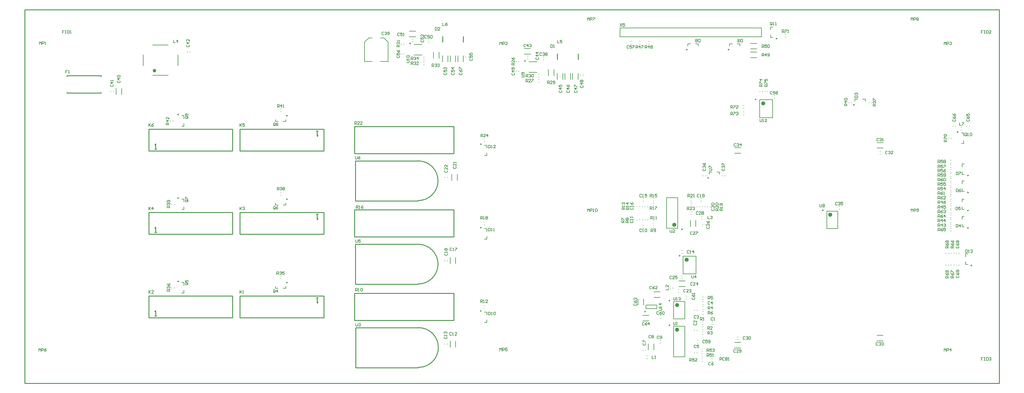
<source format=gto>
G04 Layer_Color=65535*
%FSLAX43Y43*%
%MOMM*%
G71*
G01*
G75*
%ADD29C,0.250*%
%ADD30C,0.500*%
%ADD33C,0.150*%
%ADD34C,0.200*%
%ADD37C,0.254*%
%ADD75C,0.600*%
%ADD76C,0.100*%
D29*
X188250Y36675D02*
G03*
X188250Y36675I-125J0D01*
G01*
X178325Y20625D02*
G03*
X178325Y20625I-125J0D01*
G01*
X216100Y99200D02*
G03*
X216100Y99200I-125J0D01*
G01*
X229400Y49780D02*
G03*
X229400Y49780I-125J0D01*
G01*
X210075Y81725D02*
G03*
X210075Y81725I-125J0D01*
G01*
X188950Y44315D02*
G03*
X188950Y44315I-125J0D01*
G01*
X185300Y23780D02*
G03*
X185300Y23780I-125J0D01*
G01*
X110800Y97775D02*
G03*
X110800Y97775I-125J0D01*
G01*
X268150Y72300D02*
G03*
X268150Y72300I-125J0D01*
G01*
X272100Y33900D02*
G03*
X272100Y33900I-125J0D01*
G01*
X238325Y80125D02*
G03*
X238325Y80125I-125J0D01*
G01*
X271100Y44700D02*
G03*
X271100Y44700I-125J0D01*
G01*
Y49700D02*
G03*
X271100Y49700I-125J0D01*
G01*
Y54900D02*
G03*
X271100Y54900I-125J0D01*
G01*
Y59800D02*
G03*
X271100Y59800I-125J0D01*
G01*
X190325Y96025D02*
G03*
X190325Y96025I-125J0D01*
G01*
X202325D02*
G03*
X202325Y96025I-125J0D01*
G01*
X75425Y28975D02*
G03*
X75425Y28975I-125J0D01*
G01*
X44150Y29300D02*
G03*
X44150Y29300I-125J0D01*
G01*
X75425Y52975D02*
G03*
X75425Y52975I-125J0D01*
G01*
X44150Y53300D02*
G03*
X44150Y53300I-125J0D01*
G01*
X75425Y76975D02*
G03*
X75425Y76975I-125J0D01*
G01*
X44150Y77300D02*
G03*
X44150Y77300I-125J0D01*
G01*
X185300Y16685D02*
G03*
X185300Y16685I-125J0D01*
G01*
X196455Y59095D02*
G03*
X196455Y59095I-125J0D01*
G01*
X143800Y92775D02*
G03*
X143800Y92775I-125J0D01*
G01*
X131150Y20800D02*
G03*
X131150Y20800I-125J0D01*
G01*
Y44800D02*
G03*
X131150Y44800I-125J0D01*
G01*
Y68800D02*
G03*
X131150Y68800I-125J0D01*
G01*
D30*
X37500Y89950D02*
G03*
X37500Y89950I-250J0D01*
G01*
D33*
X42700Y98800D02*
Y98000D01*
X43233D01*
X43900D02*
Y98800D01*
X43500Y98400D01*
X44033D01*
X191600Y31050D02*
Y30383D01*
X191733Y30250D01*
X192000D01*
X192133Y30383D01*
Y31050D01*
X192800Y30250D02*
Y31050D01*
X192400Y30650D01*
X192933D01*
X120016Y103714D02*
Y102915D01*
X120550D01*
X121349Y103714D02*
X121083Y103581D01*
X120816Y103314D01*
Y103048D01*
X120949Y102915D01*
X121216D01*
X121349Y103048D01*
Y103181D01*
X121216Y103314D01*
X120816D01*
X182200Y21000D02*
X182867D01*
X183000Y21133D01*
Y21400D01*
X182867Y21533D01*
X182200D01*
X183000Y21800D02*
Y22066D01*
Y21933D01*
X182200D01*
X182334Y21800D01*
X183000Y22866D02*
X182200D01*
X182600Y22466D01*
Y22999D01*
X214733Y103233D02*
Y103766D01*
X214600Y103900D01*
X214333D01*
X214200Y103766D01*
Y103233D01*
X214333Y103100D01*
X214600D01*
X214467Y103367D02*
X214733Y103100D01*
X214600D02*
X214733Y103233D01*
X215000Y103100D02*
X215266D01*
X215133D01*
Y103900D01*
X215000Y103766D01*
X215666Y103100D02*
X215933D01*
X215799D01*
Y103900D01*
X215666Y103766D01*
X228421Y51493D02*
Y50827D01*
X228554Y50694D01*
X228821D01*
X228954Y50827D01*
Y51493D01*
X229221Y51360D02*
X229354Y51493D01*
X229620D01*
X229754Y51360D01*
Y51227D01*
X229620Y51093D01*
X229754Y50960D01*
Y50827D01*
X229620Y50694D01*
X229354D01*
X229221Y50827D01*
Y50960D01*
X229354Y51093D01*
X229221Y51227D01*
Y51360D01*
X229354Y51093D02*
X229620D01*
X117900Y102400D02*
Y101600D01*
X118300D01*
X118433Y101733D01*
Y102266D01*
X118300Y102400D01*
X117900D01*
X119233Y101600D02*
X118700D01*
X119233Y102133D01*
Y102266D01*
X119100Y102400D01*
X118833D01*
X118700Y102266D01*
X217600Y100900D02*
Y101700D01*
X218000D01*
X218133Y101566D01*
Y101300D01*
X218000Y101167D01*
X217600D01*
X217867D02*
X218133Y100900D01*
X218400Y101700D02*
X218933D01*
Y101566D01*
X218400Y101033D01*
Y100900D01*
X219199D02*
X219466D01*
X219333D01*
Y101700D01*
X219199Y101566D01*
X211200Y76000D02*
Y75333D01*
X211333Y75200D01*
X211600D01*
X211733Y75333D01*
Y76000D01*
X212000Y75200D02*
X212266D01*
X212133D01*
Y76000D01*
X212000Y75866D01*
X213199Y75200D02*
X212666D01*
X213199Y75733D01*
Y75866D01*
X213066Y76000D01*
X212799D01*
X212666Y75866D01*
X12279Y90073D02*
X11746D01*
Y89673D01*
X12013D01*
X11746D01*
Y89274D01*
X12546D02*
X12813D01*
X12679D01*
Y90073D01*
X12546Y89940D01*
X94800Y74500D02*
Y75300D01*
X95200D01*
X95333Y75166D01*
Y74900D01*
X95200Y74767D01*
X94800D01*
X95067D02*
X95333Y74500D01*
X96133D02*
X95600D01*
X96133Y75033D01*
Y75166D01*
X96000Y75300D01*
X95733D01*
X95600Y75166D01*
X96933Y74500D02*
X96399D01*
X96933Y75033D01*
Y75166D01*
X96799Y75300D01*
X96533D01*
X96399Y75166D01*
X196200Y48100D02*
Y47300D01*
X196733D01*
X197000Y47966D02*
X197133Y48100D01*
X197400D01*
X197533Y47966D01*
Y47833D01*
X197400Y47700D01*
X197266D01*
X197400D01*
X197533Y47567D01*
Y47433D01*
X197400Y47300D01*
X197133D01*
X197000Y47433D01*
X103133Y100966D02*
X103000Y101100D01*
X102733D01*
X102600Y100966D01*
Y100433D01*
X102733Y100300D01*
X103000D01*
X103133Y100433D01*
X103400Y100966D02*
X103533Y101100D01*
X103800D01*
X103933Y100966D01*
Y100833D01*
X103800Y100700D01*
X103666D01*
X103800D01*
X103933Y100567D01*
Y100433D01*
X103800Y100300D01*
X103533D01*
X103400Y100433D01*
X104199D02*
X104333Y100300D01*
X104599D01*
X104733Y100433D01*
Y100966D01*
X104599Y101100D01*
X104333D01*
X104199Y100966D01*
Y100833D01*
X104333Y100700D01*
X104733D01*
X171000Y103500D02*
X171533Y102700D01*
Y103500D02*
X171000Y102700D01*
X172333Y103500D02*
X171800D01*
Y103100D01*
X172066Y103233D01*
X172200D01*
X172333Y103100D01*
Y102833D01*
X172200Y102700D01*
X171933D01*
X171800Y102833D01*
X275333Y7400D02*
X274800D01*
Y7000D01*
X275067D01*
X274800D01*
Y6600D01*
X275600Y7400D02*
X275866D01*
X275733D01*
Y6600D01*
X275600D01*
X275866D01*
X276266Y7400D02*
Y6600D01*
X276666D01*
X276799Y6733D01*
Y7266D01*
X276666Y7400D01*
X276266D01*
X277066Y7266D02*
X277199Y7400D01*
X277466D01*
X277599Y7266D01*
Y7133D01*
X277466Y7000D01*
X277333D01*
X277466D01*
X277599Y6867D01*
Y6733D01*
X277466Y6600D01*
X277199D01*
X277066Y6733D01*
X185400Y44200D02*
Y43533D01*
X185533Y43400D01*
X185800D01*
X185933Y43533D01*
Y44200D01*
X186733Y43400D02*
X186200D01*
X186733Y43933D01*
Y44066D01*
X186600Y44200D01*
X186333D01*
X186200Y44066D01*
X186400Y24700D02*
Y24033D01*
X186533Y23900D01*
X186800D01*
X186933Y24033D01*
Y24700D01*
X187200Y23900D02*
X187466D01*
X187333D01*
Y24700D01*
X187200Y24566D01*
X187866D02*
X187999Y24700D01*
X188266D01*
X188399Y24566D01*
Y24433D01*
X188266Y24300D01*
X188133D01*
X188266D01*
X188399Y24167D01*
Y24033D01*
X188266Y23900D01*
X187999D01*
X187866Y24033D01*
X124934Y89333D02*
X124800Y89200D01*
Y88933D01*
X124934Y88800D01*
X125467D01*
X125600Y88933D01*
Y89200D01*
X125467Y89333D01*
X124800Y90133D02*
X124934Y89866D01*
X125200Y89600D01*
X125467D01*
X125600Y89733D01*
Y90000D01*
X125467Y90133D01*
X125333D01*
X125200Y90000D01*
Y89600D01*
X124800Y90399D02*
Y90933D01*
X124934D01*
X125467Y90399D01*
X125600D01*
X267734Y30933D02*
X267600Y30800D01*
Y30533D01*
X267734Y30400D01*
X268267D01*
X268400Y30533D01*
Y30800D01*
X268267Y30933D01*
X267600Y31733D02*
X267734Y31466D01*
X268000Y31200D01*
X268267D01*
X268400Y31333D01*
Y31600D01*
X268267Y31733D01*
X268133D01*
X268000Y31600D01*
Y31200D01*
X268267Y31999D02*
X268400Y32133D01*
Y32399D01*
X268267Y32533D01*
X267734D01*
X267600Y32399D01*
Y32133D01*
X267734Y31999D01*
X267867D01*
X268000Y32133D01*
Y32533D01*
X95000Y65300D02*
Y64633D01*
X95133Y64500D01*
X95400D01*
X95533Y64633D01*
Y65300D01*
X96333D02*
X96066Y65166D01*
X95800Y64900D01*
Y64633D01*
X95933Y64500D01*
X96200D01*
X96333Y64633D01*
Y64767D01*
X96200Y64900D01*
X95800D01*
X4200Y97500D02*
Y98300D01*
X4467Y98033D01*
X4733Y98300D01*
Y97500D01*
X5000D02*
Y98300D01*
X5400D01*
X5533Y98166D01*
Y97900D01*
X5400Y97767D01*
X5000D01*
X5799Y97500D02*
X6066D01*
X5933D01*
Y98300D01*
X5799Y98166D01*
X161657Y104412D02*
Y105212D01*
X161924Y104945D01*
X162190Y105212D01*
Y104412D01*
X162457D02*
Y105212D01*
X162857D01*
X162990Y105078D01*
Y104812D01*
X162857Y104679D01*
X162457D01*
X163256Y105212D02*
X163790D01*
Y105078D01*
X163256Y104545D01*
Y104412D01*
X211800Y96600D02*
Y97400D01*
X212200D01*
X212333Y97266D01*
Y97000D01*
X212200Y96867D01*
X211800D01*
X212067D02*
X212333Y96600D01*
X213133Y97400D02*
X212600D01*
Y97000D01*
X212866Y97133D01*
X213000D01*
X213133Y97000D01*
Y96733D01*
X213000Y96600D01*
X212733D01*
X212600Y96733D01*
X213399Y97266D02*
X213533Y97400D01*
X213799D01*
X213933Y97266D01*
Y96733D01*
X213799Y96600D01*
X213533D01*
X213399Y96733D01*
Y97266D01*
X109700Y92300D02*
X110367D01*
X110500Y92433D01*
Y92700D01*
X110367Y92833D01*
X109700D01*
X110500Y93100D02*
Y93366D01*
Y93233D01*
X109700D01*
X109834Y93100D01*
Y93766D02*
X109700Y93899D01*
Y94166D01*
X109834Y94299D01*
X110367D01*
X110500Y94166D01*
Y93899D01*
X110367Y93766D01*
X109834D01*
X35623Y74721D02*
Y73921D01*
Y74188D01*
X36156Y74721D01*
X35756Y74321D01*
X36156Y73921D01*
X36956Y74721D02*
X36689Y74588D01*
X36423Y74321D01*
Y74055D01*
X36556Y73921D01*
X36822D01*
X36956Y74055D01*
Y74188D01*
X36822Y74321D01*
X36423D01*
X213400Y85400D02*
X212600D01*
Y85800D01*
X212734Y85933D01*
X213000D01*
X213133Y85800D01*
Y85400D01*
Y85667D02*
X213400Y85933D01*
X212600Y86200D02*
Y86733D01*
X212734D01*
X213267Y86200D01*
X213400D01*
X212600Y87533D02*
Y86999D01*
X213000D01*
X212867Y87266D01*
Y87399D01*
X213000Y87533D01*
X213267D01*
X213400Y87399D01*
Y87133D01*
X213267Y86999D01*
X211900Y85400D02*
X211100D01*
Y85800D01*
X211234Y85933D01*
X211500D01*
X211633Y85800D01*
Y85400D01*
Y85667D02*
X211900Y85933D01*
X211100Y86200D02*
Y86733D01*
X211234D01*
X211767Y86200D01*
X211900D01*
Y87399D02*
X211100D01*
X211500Y86999D01*
Y87533D01*
X202800Y77200D02*
Y78000D01*
X203200D01*
X203333Y77866D01*
Y77600D01*
X203200Y77467D01*
X202800D01*
X203067D02*
X203333Y77200D01*
X203600Y78000D02*
X204133D01*
Y77866D01*
X203600Y77333D01*
Y77200D01*
X204399Y77866D02*
X204533Y78000D01*
X204799D01*
X204933Y77866D01*
Y77733D01*
X204799Y77600D01*
X204666D01*
X204799D01*
X204933Y77467D01*
Y77333D01*
X204799Y77200D01*
X204533D01*
X204399Y77333D01*
X202800Y79100D02*
Y79900D01*
X203200D01*
X203333Y79766D01*
Y79500D01*
X203200Y79367D01*
X202800D01*
X203067D02*
X203333Y79100D01*
X203600Y79900D02*
X204133D01*
Y79766D01*
X203600Y79233D01*
Y79100D01*
X204933D02*
X204399D01*
X204933Y79633D01*
Y79766D01*
X204799Y79900D01*
X204533D01*
X204399Y79766D01*
X161657Y49421D02*
Y50221D01*
X161924Y49954D01*
X162190Y50221D01*
Y49421D01*
X162457D02*
Y50221D01*
X162857D01*
X162990Y50087D01*
Y49821D01*
X162857Y49688D01*
X162457D01*
X163256Y49421D02*
X163523D01*
X163390D01*
Y50221D01*
X163256Y50087D01*
X163923D02*
X164056Y50221D01*
X164323D01*
X164456Y50087D01*
Y49554D01*
X164323Y49421D01*
X164056D01*
X163923Y49554D01*
Y50087D01*
X254672Y49421D02*
Y50221D01*
X254938Y49954D01*
X255205Y50221D01*
Y49421D01*
X255472D02*
Y50221D01*
X255871D01*
X256005Y50087D01*
Y49821D01*
X255871Y49688D01*
X255472D01*
X256271Y49554D02*
X256405Y49421D01*
X256671D01*
X256804Y49554D01*
Y50087D01*
X256671Y50221D01*
X256405D01*
X256271Y50087D01*
Y49954D01*
X256405Y49821D01*
X256804D01*
X254646Y104412D02*
Y105212D01*
X254913Y104945D01*
X255180Y105212D01*
Y104412D01*
X255446D02*
Y105212D01*
X255846D01*
X255979Y105078D01*
Y104812D01*
X255846Y104679D01*
X255446D01*
X256246Y105078D02*
X256379Y105212D01*
X256646D01*
X256779Y105078D01*
Y104945D01*
X256646Y104812D01*
X256779Y104679D01*
Y104545D01*
X256646Y104412D01*
X256379D01*
X256246Y104545D01*
Y104679D01*
X256379Y104812D01*
X256246Y104945D01*
Y105078D01*
X256379Y104812D02*
X256646D01*
X4000Y9200D02*
Y10000D01*
X4267Y9733D01*
X4533Y10000D01*
Y9200D01*
X4800D02*
Y10000D01*
X5200D01*
X5333Y9866D01*
Y9600D01*
X5200Y9467D01*
X4800D01*
X6133Y10000D02*
X5866Y9866D01*
X5599Y9600D01*
Y9333D01*
X5733Y9200D01*
X5999D01*
X6133Y9333D01*
Y9467D01*
X5999Y9600D01*
X5599D01*
X136500Y9300D02*
Y10100D01*
X136767Y9833D01*
X137033Y10100D01*
Y9300D01*
X137300D02*
Y10100D01*
X137700D01*
X137833Y9966D01*
Y9700D01*
X137700Y9567D01*
X137300D01*
X138633Y10100D02*
X138099D01*
Y9700D01*
X138366Y9833D01*
X138499D01*
X138633Y9700D01*
Y9433D01*
X138499Y9300D01*
X138233D01*
X138099Y9433D01*
X264100Y9200D02*
Y10000D01*
X264367Y9733D01*
X264633Y10000D01*
Y9200D01*
X264900D02*
Y10000D01*
X265300D01*
X265433Y9866D01*
Y9600D01*
X265300Y9467D01*
X264900D01*
X266099Y9200D02*
Y10000D01*
X265699Y9600D01*
X266233D01*
X264100Y97400D02*
Y98200D01*
X264367Y97933D01*
X264633Y98200D01*
Y97400D01*
X264900D02*
Y98200D01*
X265300D01*
X265433Y98066D01*
Y97800D01*
X265300Y97667D01*
X264900D01*
X265699Y98066D02*
X265833Y98200D01*
X266099D01*
X266233Y98066D01*
Y97933D01*
X266099Y97800D01*
X265966D01*
X266099D01*
X266233Y97667D01*
Y97533D01*
X266099Y97400D01*
X265833D01*
X265699Y97533D01*
X136500Y97400D02*
Y98200D01*
X136767Y97933D01*
X137033Y98200D01*
Y97400D01*
X137300D02*
Y98200D01*
X137700D01*
X137833Y98066D01*
Y97800D01*
X137700Y97667D01*
X137300D01*
X138633Y97400D02*
X138099D01*
X138633Y97933D01*
Y98066D01*
X138499Y98200D01*
X138233D01*
X138099Y98066D01*
X264900Y69500D02*
X264100D01*
Y69900D01*
X264234Y70033D01*
X264500D01*
X264633Y69900D01*
Y69500D01*
Y69767D02*
X264900Y70033D01*
X264100Y70300D02*
Y70833D01*
X264234D01*
X264767Y70300D01*
X264900D01*
X264234Y71099D02*
X264100Y71233D01*
Y71499D01*
X264234Y71633D01*
X264767D01*
X264900Y71499D01*
Y71233D01*
X264767Y71099D01*
X264234D01*
X265400Y30300D02*
X264600D01*
Y30700D01*
X264734Y30833D01*
X265000D01*
X265133Y30700D01*
Y30300D01*
Y30567D02*
X265400Y30833D01*
X264600Y31633D02*
X264734Y31366D01*
X265000Y31100D01*
X265267D01*
X265400Y31233D01*
Y31500D01*
X265267Y31633D01*
X265133D01*
X265000Y31500D01*
Y31100D01*
X265267Y31899D02*
X265400Y32033D01*
Y32299D01*
X265267Y32433D01*
X264734D01*
X264600Y32299D01*
Y32033D01*
X264734Y31899D01*
X264867D01*
X265000Y32033D01*
Y32433D01*
X265400Y38900D02*
X264600D01*
Y39300D01*
X264734Y39433D01*
X265000D01*
X265133Y39300D01*
Y38900D01*
Y39167D02*
X265400Y39433D01*
X264600Y40233D02*
X264734Y39966D01*
X265000Y39700D01*
X265267D01*
X265400Y39833D01*
Y40100D01*
X265267Y40233D01*
X265133D01*
X265000Y40100D01*
Y39700D01*
X264734Y40499D02*
X264600Y40633D01*
Y40899D01*
X264734Y41033D01*
X264867D01*
X265000Y40899D01*
X265133Y41033D01*
X265267D01*
X265400Y40899D01*
Y40633D01*
X265267Y40499D01*
X265133D01*
X265000Y40633D01*
X264867Y40499D01*
X264734D01*
X265000Y40633D02*
Y40899D01*
X266900Y30300D02*
X266100D01*
Y30700D01*
X266234Y30833D01*
X266500D01*
X266633Y30700D01*
Y30300D01*
Y30567D02*
X266900Y30833D01*
X266100Y31633D02*
X266234Y31366D01*
X266500Y31100D01*
X266767D01*
X266900Y31233D01*
Y31500D01*
X266767Y31633D01*
X266633D01*
X266500Y31500D01*
Y31100D01*
X266100Y31899D02*
Y32433D01*
X266234D01*
X266767Y31899D01*
X266900D01*
Y38900D02*
X266100D01*
Y39300D01*
X266234Y39433D01*
X266500D01*
X266633Y39300D01*
Y38900D01*
Y39167D02*
X266900Y39433D01*
X266100Y40233D02*
X266234Y39966D01*
X266500Y39700D01*
X266767D01*
X266900Y39833D01*
Y40100D01*
X266767Y40233D01*
X266633D01*
X266500Y40100D01*
Y39700D01*
X266100Y41033D02*
X266234Y40766D01*
X266500Y40499D01*
X266767D01*
X266900Y40633D01*
Y40899D01*
X266767Y41033D01*
X266633D01*
X266500Y40899D01*
Y40499D01*
X270633Y71333D02*
Y71866D01*
X270500Y72000D01*
X270233D01*
X270100Y71866D01*
Y71333D01*
X270233Y71200D01*
X270500D01*
X270367Y71467D02*
X270633Y71200D01*
X270500D02*
X270633Y71333D01*
X270900Y71200D02*
X271166D01*
X271033D01*
Y72000D01*
X270900Y71866D01*
X271566D02*
X271699Y72000D01*
X271966D01*
X272099Y71866D01*
Y71333D01*
X271966Y71200D01*
X271699D01*
X271566Y71333D01*
Y71866D01*
X268500Y75000D02*
Y74200D01*
X269033D01*
X269300Y75000D02*
X269833D01*
Y74866D01*
X269300Y74333D01*
Y74200D01*
X270300Y38400D02*
Y37600D01*
X270700D01*
X270833Y37733D01*
Y38266D01*
X270700Y38400D01*
X270300D01*
X271100Y37600D02*
X271366D01*
X271233D01*
Y38400D01*
X271100Y38266D01*
X271766D02*
X271899Y38400D01*
X272166D01*
X272299Y38266D01*
Y38133D01*
X272166Y38000D01*
X272033D01*
X272166D01*
X272299Y37867D01*
Y37733D01*
X272166Y37600D01*
X271899D01*
X271766Y37733D01*
X266734Y75933D02*
X266600Y75800D01*
Y75533D01*
X266734Y75400D01*
X267267D01*
X267400Y75533D01*
Y75800D01*
X267267Y75933D01*
X266600Y76733D02*
X266734Y76466D01*
X267000Y76200D01*
X267267D01*
X267400Y76333D01*
Y76600D01*
X267267Y76733D01*
X267133D01*
X267000Y76600D01*
Y76200D01*
X266600Y77533D02*
X266734Y77266D01*
X267000Y76999D01*
X267267D01*
X267400Y77133D01*
Y77399D01*
X267267Y77533D01*
X267133D01*
X267000Y77399D01*
Y76999D01*
X270734Y75933D02*
X270600Y75800D01*
Y75533D01*
X270734Y75400D01*
X271267D01*
X271400Y75533D01*
Y75800D01*
X271267Y75933D01*
X270600Y76733D02*
X270734Y76466D01*
X271000Y76200D01*
X271267D01*
X271400Y76333D01*
Y76600D01*
X271267Y76733D01*
X271133D01*
X271000Y76600D01*
Y76200D01*
X270600Y77533D02*
Y76999D01*
X271000D01*
X270867Y77266D01*
Y77399D01*
X271000Y77533D01*
X271267D01*
X271400Y77399D01*
Y77133D01*
X271267Y76999D01*
X197733Y18766D02*
X197600Y18900D01*
X197333D01*
X197200Y18766D01*
Y18233D01*
X197333Y18100D01*
X197600D01*
X197733Y18233D01*
X198000Y18100D02*
X198266D01*
X198133D01*
Y18900D01*
X198000Y18766D01*
X192334Y17233D02*
X192200Y17100D01*
Y16833D01*
X192334Y16700D01*
X192867D01*
X193000Y16833D01*
Y17100D01*
X192867Y17233D01*
X193000Y18033D02*
Y17500D01*
X192467Y18033D01*
X192334D01*
X192200Y17900D01*
Y17633D01*
X192334Y17500D01*
X192833Y19366D02*
X192700Y19500D01*
X192433D01*
X192300Y19366D01*
Y18833D01*
X192433Y18700D01*
X192700D01*
X192833Y18833D01*
X193100Y19366D02*
X193233Y19500D01*
X193500D01*
X193633Y19366D01*
Y19233D01*
X193500Y19100D01*
X193366D01*
X193500D01*
X193633Y18967D01*
Y18833D01*
X193500Y18700D01*
X193233D01*
X193100Y18833D01*
X196833Y23366D02*
X196700Y23500D01*
X196433D01*
X196300Y23366D01*
Y22833D01*
X196433Y22700D01*
X196700D01*
X196833Y22833D01*
X197500Y22700D02*
Y23500D01*
X197100Y23100D01*
X197633D01*
X192833Y10866D02*
X192700Y11000D01*
X192433D01*
X192300Y10866D01*
Y10333D01*
X192433Y10200D01*
X192700D01*
X192833Y10333D01*
X193633Y11000D02*
X193100D01*
Y10600D01*
X193366Y10733D01*
X193500D01*
X193633Y10600D01*
Y10333D01*
X193500Y10200D01*
X193233D01*
X193100Y10333D01*
X197033Y5866D02*
X196900Y6000D01*
X196633D01*
X196500Y5866D01*
Y5333D01*
X196633Y5200D01*
X196900D01*
X197033Y5333D01*
X197833Y6000D02*
X197566Y5866D01*
X197300Y5600D01*
Y5333D01*
X197433Y5200D01*
X197700D01*
X197833Y5333D01*
Y5467D01*
X197700Y5600D01*
X197300D01*
X177734Y11533D02*
X177600Y11400D01*
Y11133D01*
X177734Y11000D01*
X178267D01*
X178400Y11133D01*
Y11400D01*
X178267Y11533D01*
X177600Y11800D02*
Y12333D01*
X177734D01*
X178267Y11800D01*
X178400D01*
X179833Y13666D02*
X179700Y13800D01*
X179433D01*
X179300Y13666D01*
Y13133D01*
X179433Y13000D01*
X179700D01*
X179833Y13133D01*
X180100Y13666D02*
X180233Y13800D01*
X180500D01*
X180633Y13666D01*
Y13533D01*
X180500Y13400D01*
X180633Y13267D01*
Y13133D01*
X180500Y13000D01*
X180233D01*
X180100Y13133D01*
Y13267D01*
X180233Y13400D01*
X180100Y13533D01*
Y13666D01*
X180233Y13400D02*
X180500D01*
X182233Y13466D02*
X182100Y13600D01*
X181833D01*
X181700Y13466D01*
Y12933D01*
X181833Y12800D01*
X182100D01*
X182233Y12933D01*
X182500D02*
X182633Y12800D01*
X182900D01*
X183033Y12933D01*
Y13466D01*
X182900Y13600D01*
X182633D01*
X182500Y13466D01*
Y13333D01*
X182633Y13200D01*
X183033D01*
X177233Y44266D02*
X177100Y44400D01*
X176833D01*
X176700Y44266D01*
Y43733D01*
X176833Y43600D01*
X177100D01*
X177233Y43733D01*
X177500Y43600D02*
X177766D01*
X177633D01*
Y44400D01*
X177500Y44266D01*
X178166D02*
X178299Y44400D01*
X178566D01*
X178699Y44266D01*
Y43733D01*
X178566Y43600D01*
X178299D01*
X178166Y43733D01*
Y44266D01*
X174034Y46733D02*
X173900Y46600D01*
Y46333D01*
X174034Y46200D01*
X174567D01*
X174700Y46333D01*
Y46600D01*
X174567Y46733D01*
X174700Y47000D02*
Y47266D01*
Y47133D01*
X173900D01*
X174034Y47000D01*
X174700Y47666D02*
Y47933D01*
Y47799D01*
X173900D01*
X174034Y47666D01*
X122633Y14466D02*
X122500Y14600D01*
X122233D01*
X122100Y14466D01*
Y13933D01*
X122233Y13800D01*
X122500D01*
X122633Y13933D01*
X122900Y13800D02*
X123166D01*
X123033D01*
Y14600D01*
X122900Y14466D01*
X124099Y13800D02*
X123566D01*
X124099Y14333D01*
Y14466D01*
X123966Y14600D01*
X123699D01*
X123566Y14466D01*
X120634Y13333D02*
X120500Y13200D01*
Y12933D01*
X120634Y12800D01*
X121167D01*
X121300Y12933D01*
Y13200D01*
X121167Y13333D01*
X121300Y13600D02*
Y13866D01*
Y13733D01*
X120500D01*
X120634Y13600D01*
Y14266D02*
X120500Y14399D01*
Y14666D01*
X120634Y14799D01*
X120767D01*
X120900Y14666D01*
Y14533D01*
Y14666D01*
X121033Y14799D01*
X121167D01*
X121300Y14666D01*
Y14399D01*
X121167Y14266D01*
X190833Y38066D02*
X190700Y38200D01*
X190433D01*
X190300Y38066D01*
Y37533D01*
X190433Y37400D01*
X190700D01*
X190833Y37533D01*
X191100Y37400D02*
X191366D01*
X191233D01*
Y38200D01*
X191100Y38066D01*
X192166Y37400D02*
Y38200D01*
X191766Y37800D01*
X192299D01*
X177233Y54266D02*
X177100Y54400D01*
X176833D01*
X176700Y54266D01*
Y53733D01*
X176833Y53600D01*
X177100D01*
X177233Y53733D01*
X177500Y53600D02*
X177766D01*
X177633D01*
Y54400D01*
X177500Y54266D01*
X178699Y54400D02*
X178166D01*
Y54000D01*
X178433Y54133D01*
X178566D01*
X178699Y54000D01*
Y53733D01*
X178566Y53600D01*
X178299D01*
X178166Y53733D01*
X174134Y50533D02*
X174000Y50400D01*
Y50133D01*
X174134Y50000D01*
X174667D01*
X174800Y50133D01*
Y50400D01*
X174667Y50533D01*
X174800Y50800D02*
Y51066D01*
Y50933D01*
X174000D01*
X174134Y50800D01*
X174000Y51999D02*
X174134Y51733D01*
X174400Y51466D01*
X174667D01*
X174800Y51599D01*
Y51866D01*
X174667Y51999D01*
X174533D01*
X174400Y51866D01*
Y51466D01*
X122726Y38819D02*
X122592Y38953D01*
X122326D01*
X122193Y38819D01*
Y38286D01*
X122326Y38153D01*
X122592D01*
X122726Y38286D01*
X122992Y38153D02*
X123259D01*
X123126D01*
Y38953D01*
X122992Y38819D01*
X123659Y38953D02*
X124192D01*
Y38819D01*
X123659Y38286D01*
Y38153D01*
X120734Y37333D02*
X120600Y37200D01*
Y36933D01*
X120734Y36800D01*
X121267D01*
X121400Y36933D01*
Y37200D01*
X121267Y37333D01*
X121400Y37600D02*
Y37866D01*
Y37733D01*
X120600D01*
X120734Y37600D01*
Y38266D02*
X120600Y38399D01*
Y38666D01*
X120734Y38799D01*
X120867D01*
X121000Y38666D01*
X121133Y38799D01*
X121267D01*
X121400Y38666D01*
Y38399D01*
X121267Y38266D01*
X121133D01*
X121000Y38399D01*
X120867Y38266D01*
X120734D01*
X121000Y38399D02*
Y38666D01*
X193733Y54266D02*
X193600Y54400D01*
X193333D01*
X193200Y54266D01*
Y53733D01*
X193333Y53600D01*
X193600D01*
X193733Y53733D01*
X194000Y53600D02*
X194266D01*
X194133D01*
Y54400D01*
X194000Y54266D01*
X194666Y53733D02*
X194799Y53600D01*
X195066D01*
X195199Y53733D01*
Y54266D01*
X195066Y54400D01*
X194799D01*
X194666Y54266D01*
Y54133D01*
X194799Y54000D01*
X195199D01*
X197434Y50233D02*
X197300Y50100D01*
Y49833D01*
X197434Y49700D01*
X197967D01*
X198100Y49833D01*
Y50100D01*
X197967Y50233D01*
X198100Y51033D02*
Y50500D01*
X197567Y51033D01*
X197434D01*
X197300Y50900D01*
Y50633D01*
X197434Y50500D01*
Y51299D02*
X197300Y51433D01*
Y51699D01*
X197434Y51833D01*
X197967D01*
X198100Y51699D01*
Y51433D01*
X197967Y51299D01*
X197434D01*
X123234Y62333D02*
X123100Y62200D01*
Y61933D01*
X123234Y61800D01*
X123767D01*
X123900Y61933D01*
Y62200D01*
X123767Y62333D01*
X123900Y63133D02*
Y62600D01*
X123367Y63133D01*
X123234D01*
X123100Y63000D01*
Y62733D01*
X123234Y62600D01*
X123900Y63399D02*
Y63666D01*
Y63533D01*
X123100D01*
X123234Y63399D01*
X120734Y61233D02*
X120600Y61100D01*
Y60833D01*
X120734Y60700D01*
X121267D01*
X121400Y60833D01*
Y61100D01*
X121267Y61233D01*
X121400Y62033D02*
Y61500D01*
X120867Y62033D01*
X120734D01*
X120600Y61900D01*
Y61633D01*
X120734Y61500D01*
X121400Y62833D02*
Y62299D01*
X120867Y62833D01*
X120734D01*
X120600Y62699D01*
Y62433D01*
X120734Y62299D01*
X189833Y26866D02*
X189700Y27000D01*
X189433D01*
X189300Y26866D01*
Y26333D01*
X189433Y26200D01*
X189700D01*
X189833Y26333D01*
X190633Y26200D02*
X190100D01*
X190633Y26733D01*
Y26866D01*
X190500Y27000D01*
X190233D01*
X190100Y26866D01*
X190899D02*
X191033Y27000D01*
X191299D01*
X191433Y26866D01*
Y26733D01*
X191299Y26600D01*
X191166D01*
X191299D01*
X191433Y26467D01*
Y26333D01*
X191299Y26200D01*
X191033D01*
X190899Y26333D01*
X191833Y28866D02*
X191700Y29000D01*
X191433D01*
X191300Y28866D01*
Y28333D01*
X191433Y28200D01*
X191700D01*
X191833Y28333D01*
X192633Y28200D02*
X192100D01*
X192633Y28733D01*
Y28866D01*
X192500Y29000D01*
X192233D01*
X192100Y28866D01*
X193299Y28200D02*
Y29000D01*
X192899Y28600D01*
X193433D01*
X185833Y30716D02*
X185700Y30850D01*
X185433D01*
X185300Y30716D01*
Y30183D01*
X185433Y30050D01*
X185700D01*
X185833Y30183D01*
X186633Y30050D02*
X186100D01*
X186633Y30583D01*
Y30716D01*
X186500Y30850D01*
X186233D01*
X186100Y30716D01*
X187433Y30850D02*
X186899D01*
Y30450D01*
X187166Y30583D01*
X187299D01*
X187433Y30450D01*
Y30183D01*
X187299Y30050D01*
X187033D01*
X186899Y30183D01*
X196034Y45033D02*
X195900Y44900D01*
Y44633D01*
X196034Y44500D01*
X196567D01*
X196700Y44633D01*
Y44900D01*
X196567Y45033D01*
X196700Y45833D02*
Y45300D01*
X196167Y45833D01*
X196034D01*
X195900Y45700D01*
Y45433D01*
X196034Y45300D01*
X195900Y46633D02*
X196034Y46366D01*
X196300Y46099D01*
X196567D01*
X196700Y46233D01*
Y46499D01*
X196567Y46633D01*
X196433D01*
X196300Y46499D01*
Y46099D01*
X191733Y43466D02*
X191600Y43600D01*
X191333D01*
X191200Y43466D01*
Y42933D01*
X191333Y42800D01*
X191600D01*
X191733Y42933D01*
X192533Y42800D02*
X192000D01*
X192533Y43333D01*
Y43466D01*
X192400Y43600D01*
X192133D01*
X192000Y43466D01*
X192799Y43600D02*
X193333D01*
Y43466D01*
X192799Y42933D01*
Y42800D01*
X193433Y49266D02*
X193300Y49400D01*
X193033D01*
X192900Y49266D01*
Y48733D01*
X193033Y48600D01*
X193300D01*
X193433Y48733D01*
X194233Y48600D02*
X193700D01*
X194233Y49133D01*
Y49266D01*
X194100Y49400D01*
X193833D01*
X193700Y49266D01*
X194499D02*
X194633Y49400D01*
X194899D01*
X195033Y49266D01*
Y49133D01*
X194899Y49000D01*
X195033Y48867D01*
Y48733D01*
X194899Y48600D01*
X194633D01*
X194499Y48733D01*
Y48867D01*
X194633Y49000D01*
X194499Y49133D01*
Y49266D01*
X194633Y49000D02*
X194899D01*
X204233Y9566D02*
X204100Y9700D01*
X203833D01*
X203700Y9566D01*
Y9033D01*
X203833Y8900D01*
X204100D01*
X204233Y9033D01*
X205033Y8900D02*
X204500D01*
X205033Y9433D01*
Y9566D01*
X204900Y9700D01*
X204633D01*
X204500Y9566D01*
X205299Y9033D02*
X205433Y8900D01*
X205699D01*
X205833Y9033D01*
Y9566D01*
X205699Y9700D01*
X205433D01*
X205299Y9566D01*
Y9433D01*
X205433Y9300D01*
X205833D01*
X206933Y13266D02*
X206800Y13400D01*
X206533D01*
X206400Y13266D01*
Y12733D01*
X206533Y12600D01*
X206800D01*
X206933Y12733D01*
X207200Y13266D02*
X207333Y13400D01*
X207600D01*
X207733Y13266D01*
Y13133D01*
X207600Y13000D01*
X207466D01*
X207600D01*
X207733Y12867D01*
Y12733D01*
X207600Y12600D01*
X207333D01*
X207200Y12733D01*
X207999Y13266D02*
X208133Y13400D01*
X208399D01*
X208533Y13266D01*
Y12733D01*
X208399Y12600D01*
X208133D01*
X207999Y12733D01*
Y13266D01*
X245333Y70366D02*
X245200Y70500D01*
X244933D01*
X244800Y70366D01*
Y69833D01*
X244933Y69700D01*
X245200D01*
X245333Y69833D01*
X245600Y70366D02*
X245733Y70500D01*
X246000D01*
X246133Y70366D01*
Y70233D01*
X246000Y70100D01*
X245866D01*
X246000D01*
X246133Y69967D01*
Y69833D01*
X246000Y69700D01*
X245733D01*
X245600Y69833D01*
X246399Y69700D02*
X246666D01*
X246533D01*
Y70500D01*
X246399Y70366D01*
X247833Y66666D02*
X247700Y66800D01*
X247433D01*
X247300Y66666D01*
Y66133D01*
X247433Y66000D01*
X247700D01*
X247833Y66133D01*
X248100Y66666D02*
X248233Y66800D01*
X248500D01*
X248633Y66666D01*
Y66533D01*
X248500Y66400D01*
X248366D01*
X248500D01*
X248633Y66267D01*
Y66133D01*
X248500Y66000D01*
X248233D01*
X248100Y66133D01*
X249433Y66000D02*
X248899D01*
X249433Y66533D01*
Y66666D01*
X249299Y66800D01*
X249033D01*
X248899Y66666D01*
X245133Y11566D02*
X245000Y11700D01*
X244733D01*
X244600Y11566D01*
Y11033D01*
X244733Y10900D01*
X245000D01*
X245133Y11033D01*
X245400Y11566D02*
X245533Y11700D01*
X245800D01*
X245933Y11566D01*
Y11433D01*
X245800Y11300D01*
X245666D01*
X245800D01*
X245933Y11167D01*
Y11033D01*
X245800Y10900D01*
X245533D01*
X245400Y11033D01*
X246199Y11566D02*
X246333Y11700D01*
X246599D01*
X246733Y11566D01*
Y11433D01*
X246599Y11300D01*
X246466D01*
X246599D01*
X246733Y11167D01*
Y11033D01*
X246599Y10900D01*
X246333D01*
X246199Y11033D01*
X204333Y68866D02*
X204200Y69000D01*
X203933D01*
X203800Y68866D01*
Y68333D01*
X203933Y68200D01*
X204200D01*
X204333Y68333D01*
X204600Y68866D02*
X204733Y69000D01*
X205000D01*
X205133Y68866D01*
Y68733D01*
X205000Y68600D01*
X204866D01*
X205000D01*
X205133Y68467D01*
Y68333D01*
X205000Y68200D01*
X204733D01*
X204600Y68333D01*
X205799Y68200D02*
Y69000D01*
X205399Y68600D01*
X205933D01*
X233433Y51966D02*
X233300Y52100D01*
X233033D01*
X232900Y51966D01*
Y51433D01*
X233033Y51300D01*
X233300D01*
X233433Y51433D01*
X233700Y51966D02*
X233833Y52100D01*
X234100D01*
X234233Y51966D01*
Y51833D01*
X234100Y51700D01*
X233966D01*
X234100D01*
X234233Y51567D01*
Y51433D01*
X234100Y51300D01*
X233833D01*
X233700Y51433D01*
X235033Y52100D02*
X234499D01*
Y51700D01*
X234766Y51833D01*
X234899D01*
X235033Y51700D01*
Y51433D01*
X234899Y51300D01*
X234633D01*
X234499Y51433D01*
X194934Y61733D02*
X194800Y61600D01*
Y61333D01*
X194934Y61200D01*
X195467D01*
X195600Y61333D01*
Y61600D01*
X195467Y61733D01*
X194934Y62000D02*
X194800Y62133D01*
Y62400D01*
X194934Y62533D01*
X195067D01*
X195200Y62400D01*
Y62266D01*
Y62400D01*
X195333Y62533D01*
X195467D01*
X195600Y62400D01*
Y62133D01*
X195467Y62000D01*
X194800Y63333D02*
X194934Y63066D01*
X195200Y62799D01*
X195467D01*
X195600Y62933D01*
Y63199D01*
X195467Y63333D01*
X195333D01*
X195200Y63199D01*
Y62799D01*
X200434Y61733D02*
X200300Y61600D01*
Y61333D01*
X200434Y61200D01*
X200967D01*
X201100Y61333D01*
Y61600D01*
X200967Y61733D01*
X200434Y62000D02*
X200300Y62133D01*
Y62400D01*
X200434Y62533D01*
X200567D01*
X200700Y62400D01*
Y62266D01*
Y62400D01*
X200833Y62533D01*
X200967D01*
X201100Y62400D01*
Y62133D01*
X200967Y62000D01*
X200300Y62799D02*
Y63333D01*
X200434D01*
X200967Y62799D01*
X201100D01*
X148533Y94966D02*
X148400Y95100D01*
X148133D01*
X148000Y94966D01*
Y94433D01*
X148133Y94300D01*
X148400D01*
X148533Y94433D01*
X148800Y94966D02*
X148933Y95100D01*
X149200D01*
X149333Y94966D01*
Y94833D01*
X149200Y94700D01*
X149066D01*
X149200D01*
X149333Y94567D01*
Y94433D01*
X149200Y94300D01*
X148933D01*
X148800Y94433D01*
X149599Y94966D02*
X149733Y95100D01*
X149999D01*
X150133Y94966D01*
Y94833D01*
X149999Y94700D01*
X150133Y94567D01*
Y94433D01*
X149999Y94300D01*
X149733D01*
X149599Y94433D01*
Y94567D01*
X149733Y94700D01*
X149599Y94833D01*
Y94966D01*
X149733Y94700D02*
X149999D01*
X26734Y87033D02*
X26600Y86900D01*
Y86633D01*
X26734Y86500D01*
X27267D01*
X27400Y86633D01*
Y86900D01*
X27267Y87033D01*
X27400Y87700D02*
X26600D01*
X27000Y87300D01*
Y87833D01*
X26734Y88099D02*
X26600Y88233D01*
Y88499D01*
X26734Y88633D01*
X27267D01*
X27400Y88499D01*
Y88233D01*
X27267Y88099D01*
X26734D01*
X24734Y85933D02*
X24600Y85800D01*
Y85533D01*
X24734Y85400D01*
X25267D01*
X25400Y85533D01*
Y85800D01*
X25267Y85933D01*
X25400Y86600D02*
X24600D01*
X25000Y86200D01*
Y86733D01*
X25400Y86999D02*
Y87266D01*
Y87133D01*
X24600D01*
X24734Y86999D01*
X46634Y97333D02*
X46500Y97200D01*
Y96933D01*
X46634Y96800D01*
X47167D01*
X47300Y96933D01*
Y97200D01*
X47167Y97333D01*
X47300Y98000D02*
X46500D01*
X46900Y97600D01*
Y98133D01*
X47300Y98933D02*
Y98400D01*
X46767Y98933D01*
X46634D01*
X46500Y98799D01*
Y98533D01*
X46634Y98400D01*
X143933Y97466D02*
X143800Y97600D01*
X143533D01*
X143400Y97466D01*
Y96933D01*
X143533Y96800D01*
X143800D01*
X143933Y96933D01*
X144600Y96800D02*
Y97600D01*
X144200Y97200D01*
X144733D01*
X144999Y97466D02*
X145133Y97600D01*
X145399D01*
X145533Y97466D01*
Y97333D01*
X145399Y97200D01*
X145266D01*
X145399D01*
X145533Y97067D01*
Y96933D01*
X145399Y96800D01*
X145133D01*
X144999Y96933D01*
X146934Y93733D02*
X146800Y93600D01*
Y93333D01*
X146934Y93200D01*
X147467D01*
X147600Y93333D01*
Y93600D01*
X147467Y93733D01*
X147600Y94400D02*
X146800D01*
X147200Y94000D01*
Y94533D01*
X147600Y95199D02*
X146800D01*
X147200Y94799D01*
Y95333D01*
X153634Y84233D02*
X153500Y84100D01*
Y83833D01*
X153634Y83700D01*
X154167D01*
X154300Y83833D01*
Y84100D01*
X154167Y84233D01*
X154300Y84900D02*
X153500D01*
X153900Y84500D01*
Y85033D01*
X153500Y85833D02*
Y85299D01*
X153900D01*
X153767Y85566D01*
Y85699D01*
X153900Y85833D01*
X154167D01*
X154300Y85699D01*
Y85433D01*
X154167Y85299D01*
X155834Y84233D02*
X155700Y84100D01*
Y83833D01*
X155834Y83700D01*
X156367D01*
X156500Y83833D01*
Y84100D01*
X156367Y84233D01*
X156500Y84900D02*
X155700D01*
X156100Y84500D01*
Y85033D01*
X155700Y85833D02*
X155834Y85566D01*
X156100Y85299D01*
X156367D01*
X156500Y85433D01*
Y85699D01*
X156367Y85833D01*
X156233D01*
X156100Y85699D01*
Y85299D01*
X158034Y84233D02*
X157900Y84100D01*
Y83833D01*
X158034Y83700D01*
X158567D01*
X158700Y83833D01*
Y84100D01*
X158567Y84233D01*
X158700Y84900D02*
X157900D01*
X158300Y84500D01*
Y85033D01*
X157900Y85299D02*
Y85833D01*
X158034D01*
X158567Y85299D01*
X158700D01*
X159734Y85633D02*
X159600Y85500D01*
Y85233D01*
X159734Y85100D01*
X160267D01*
X160400Y85233D01*
Y85500D01*
X160267Y85633D01*
X160400Y86300D02*
X159600D01*
X160000Y85900D01*
Y86433D01*
X159734Y86699D02*
X159600Y86833D01*
Y87099D01*
X159734Y87233D01*
X159867D01*
X160000Y87099D01*
X160133Y87233D01*
X160267D01*
X160400Y87099D01*
Y86833D01*
X160267Y86699D01*
X160133D01*
X160000Y86833D01*
X159867Y86699D01*
X159734D01*
X160000Y86833D02*
Y87099D01*
X140034Y89233D02*
X139900Y89100D01*
Y88833D01*
X140034Y88700D01*
X140567D01*
X140700Y88833D01*
Y89100D01*
X140567Y89233D01*
X140700Y89900D02*
X139900D01*
X140300Y89500D01*
Y90033D01*
X140567Y90299D02*
X140700Y90433D01*
Y90699D01*
X140567Y90833D01*
X140034D01*
X139900Y90699D01*
Y90433D01*
X140034Y90299D01*
X140167D01*
X140300Y90433D01*
Y90833D01*
X115433Y99966D02*
X115300Y100100D01*
X115033D01*
X114900Y99966D01*
Y99433D01*
X115033Y99300D01*
X115300D01*
X115433Y99433D01*
X116233Y100100D02*
X115700D01*
Y99700D01*
X115966Y99833D01*
X116100D01*
X116233Y99700D01*
Y99433D01*
X116100Y99300D01*
X115833D01*
X115700Y99433D01*
X116499Y99966D02*
X116633Y100100D01*
X116899D01*
X117033Y99966D01*
Y99433D01*
X116899Y99300D01*
X116633D01*
X116499Y99433D01*
Y99966D01*
X107633Y100666D02*
X107500Y100800D01*
X107233D01*
X107100Y100666D01*
Y100133D01*
X107233Y100000D01*
X107500D01*
X107633Y100133D01*
X108433Y100800D02*
X107900D01*
Y100400D01*
X108166Y100533D01*
X108300D01*
X108433Y100400D01*
Y100133D01*
X108300Y100000D01*
X108033D01*
X107900Y100133D01*
X108699Y100000D02*
X108966D01*
X108833D01*
Y100800D01*
X108699Y100666D01*
X113934Y98733D02*
X113800Y98600D01*
Y98333D01*
X113934Y98200D01*
X114467D01*
X114600Y98333D01*
Y98600D01*
X114467Y98733D01*
X113800Y99533D02*
Y99000D01*
X114200D01*
X114067Y99266D01*
Y99400D01*
X114200Y99533D01*
X114467D01*
X114600Y99400D01*
Y99133D01*
X114467Y99000D01*
X114600Y100333D02*
Y99799D01*
X114067Y100333D01*
X113934D01*
X113800Y100199D01*
Y99933D01*
X113934Y99799D01*
X120534Y89333D02*
X120400Y89200D01*
Y88933D01*
X120534Y88800D01*
X121067D01*
X121200Y88933D01*
Y89200D01*
X121067Y89333D01*
X120400Y90133D02*
Y89600D01*
X120800D01*
X120667Y89866D01*
Y90000D01*
X120800Y90133D01*
X121067D01*
X121200Y90000D01*
Y89733D01*
X121067Y89600D01*
X120534Y90399D02*
X120400Y90533D01*
Y90799D01*
X120534Y90933D01*
X120667D01*
X120800Y90799D01*
Y90666D01*
Y90799D01*
X120933Y90933D01*
X121067D01*
X121200Y90799D01*
Y90533D01*
X121067Y90399D01*
X122734Y89333D02*
X122600Y89200D01*
Y88933D01*
X122734Y88800D01*
X123267D01*
X123400Y88933D01*
Y89200D01*
X123267Y89333D01*
X122600Y90133D02*
Y89600D01*
X123000D01*
X122867Y89866D01*
Y90000D01*
X123000Y90133D01*
X123267D01*
X123400Y90000D01*
Y89733D01*
X123267Y89600D01*
X123400Y90799D02*
X122600D01*
X123000Y90399D01*
Y90933D01*
X127934Y93433D02*
X127800Y93300D01*
Y93033D01*
X127934Y92900D01*
X128467D01*
X128600Y93033D01*
Y93300D01*
X128467Y93433D01*
X127800Y94233D02*
Y93700D01*
X128200D01*
X128067Y93966D01*
Y94100D01*
X128200Y94233D01*
X128467D01*
X128600Y94100D01*
Y93833D01*
X128467Y93700D01*
X127800Y95033D02*
Y94499D01*
X128200D01*
X128067Y94766D01*
Y94899D01*
X128200Y95033D01*
X128467D01*
X128600Y94899D01*
Y94633D01*
X128467Y94499D01*
X107034Y94233D02*
X106900Y94100D01*
Y93833D01*
X107034Y93700D01*
X107567D01*
X107700Y93833D01*
Y94100D01*
X107567Y94233D01*
X106900Y95033D02*
Y94500D01*
X107300D01*
X107167Y94766D01*
Y94900D01*
X107300Y95033D01*
X107567D01*
X107700Y94900D01*
Y94633D01*
X107567Y94500D01*
X106900Y95833D02*
X107034Y95566D01*
X107300Y95299D01*
X107567D01*
X107700Y95433D01*
Y95699D01*
X107567Y95833D01*
X107433D01*
X107300Y95699D01*
Y95299D01*
X173533Y97066D02*
X173400Y97200D01*
X173133D01*
X173000Y97066D01*
Y96533D01*
X173133Y96400D01*
X173400D01*
X173533Y96533D01*
X174333Y97200D02*
X173800D01*
Y96800D01*
X174066Y96933D01*
X174200D01*
X174333Y96800D01*
Y96533D01*
X174200Y96400D01*
X173933D01*
X173800Y96533D01*
X174599Y97200D02*
X175133D01*
Y97066D01*
X174599Y96533D01*
Y96400D01*
X214733Y83866D02*
X214600Y84000D01*
X214333D01*
X214200Y83866D01*
Y83333D01*
X214333Y83200D01*
X214600D01*
X214733Y83333D01*
X215533Y84000D02*
X215000D01*
Y83600D01*
X215266Y83733D01*
X215400D01*
X215533Y83600D01*
Y83333D01*
X215400Y83200D01*
X215133D01*
X215000Y83333D01*
X215799Y83866D02*
X215933Y84000D01*
X216199D01*
X216333Y83866D01*
Y83733D01*
X216199Y83600D01*
X216333Y83467D01*
Y83333D01*
X216199Y83200D01*
X215933D01*
X215799Y83333D01*
Y83467D01*
X215933Y83600D01*
X215799Y83733D01*
Y83866D01*
X215933Y83600D02*
X216199D01*
X151100Y97400D02*
Y96600D01*
X151500D01*
X151633Y96733D01*
Y97266D01*
X151500Y97400D01*
X151100D01*
X151900Y96600D02*
X152166D01*
X152033D01*
Y97400D01*
X151900Y97266D01*
X238500Y82200D02*
X239300D01*
Y82600D01*
X239167Y82733D01*
X238634D01*
X238500Y82600D01*
Y82200D01*
X238634Y83000D02*
X238500Y83133D01*
Y83400D01*
X238634Y83533D01*
X238767D01*
X238900Y83400D01*
Y83266D01*
Y83400D01*
X239034Y83533D01*
X239167D01*
X239300Y83400D01*
Y83133D01*
X239167Y83000D01*
X267600Y45700D02*
Y44900D01*
X268000D01*
X268133Y45033D01*
Y45566D01*
X268000Y45700D01*
X267600D01*
X268800Y44900D02*
Y45700D01*
X268400Y45300D01*
X268933D01*
X267500Y50700D02*
Y49900D01*
X267900D01*
X268033Y50033D01*
Y50566D01*
X267900Y50700D01*
X267500D01*
X268833D02*
X268300D01*
Y50300D01*
X268566Y50433D01*
X268700D01*
X268833Y50300D01*
Y50033D01*
X268700Y49900D01*
X268433D01*
X268300Y50033D01*
X267600Y55900D02*
Y55100D01*
X268000D01*
X268133Y55233D01*
Y55766D01*
X268000Y55900D01*
X267600D01*
X268933D02*
X268666Y55766D01*
X268400Y55500D01*
Y55233D01*
X268533Y55100D01*
X268800D01*
X268933Y55233D01*
Y55367D01*
X268800Y55500D01*
X268400D01*
X267600Y60800D02*
Y60000D01*
X268000D01*
X268133Y60133D01*
Y60666D01*
X268000Y60800D01*
X267600D01*
X268400D02*
X268933D01*
Y60666D01*
X268400Y60133D01*
Y60000D01*
X194000Y98200D02*
Y99000D01*
X193600D01*
X193467Y98867D01*
Y98334D01*
X193600Y98200D01*
X194000D01*
X193200Y98334D02*
X193067Y98200D01*
X192800D01*
X192667Y98334D01*
Y98467D01*
X192800Y98600D01*
X192667Y98733D01*
Y98867D01*
X192800Y99000D01*
X193067D01*
X193200Y98867D01*
Y98733D01*
X193067Y98600D01*
X193200Y98467D01*
Y98334D01*
X193067Y98600D02*
X192800D01*
X206200Y98200D02*
Y99000D01*
X205800D01*
X205667Y98867D01*
Y98334D01*
X205800Y98200D01*
X206200D01*
X205400Y98867D02*
X205267Y99000D01*
X205000D01*
X204867Y98867D01*
Y98334D01*
X205000Y98200D01*
X205267D01*
X205400Y98334D01*
Y98467D01*
X205267Y98600D01*
X204867D01*
X11333Y101500D02*
X10800D01*
Y101100D01*
X11067D01*
X10800D01*
Y100700D01*
X11600Y101500D02*
X11866D01*
X11733D01*
Y100700D01*
X11600D01*
X11866D01*
X12266Y101500D02*
Y100700D01*
X12666D01*
X12799Y100833D01*
Y101366D01*
X12666Y101500D01*
X12266D01*
X13066Y100700D02*
X13333D01*
X13199D01*
Y101500D01*
X13066Y101366D01*
X275333Y101500D02*
X274800D01*
Y101100D01*
X275067D01*
X274800D01*
Y100700D01*
X275600Y101500D02*
X275866D01*
X275733D01*
Y100700D01*
X275600D01*
X275866D01*
X276266Y101500D02*
Y100700D01*
X276666D01*
X276799Y100833D01*
Y101366D01*
X276666Y101500D01*
X276266D01*
X277599Y100700D02*
X277066D01*
X277599Y101233D01*
Y101366D01*
X277466Y101500D01*
X277199D01*
X277066Y101366D01*
X61814Y26703D02*
Y25903D01*
Y26169D01*
X62347Y26703D01*
X61947Y26303D01*
X62347Y25903D01*
X62614D02*
X62880D01*
X62747D01*
Y26703D01*
X62614Y26569D01*
X35634Y26705D02*
Y25905D01*
Y26171D01*
X36167Y26705D01*
X35767Y26305D01*
X36167Y25905D01*
X36966D02*
X36433D01*
X36966Y26438D01*
Y26571D01*
X36833Y26705D01*
X36567D01*
X36433Y26571D01*
X61818Y50699D02*
Y49900D01*
Y50166D01*
X62352Y50699D01*
X61952Y50299D01*
X62352Y49900D01*
X62618Y50566D02*
X62751Y50699D01*
X63018D01*
X63151Y50566D01*
Y50433D01*
X63018Y50299D01*
X62885D01*
X63018D01*
X63151Y50166D01*
Y50033D01*
X63018Y49900D01*
X62751D01*
X62618Y50033D01*
X35618Y50701D02*
Y49901D01*
Y50168D01*
X36151Y50701D01*
X35751Y50301D01*
X36151Y49901D01*
X36817D02*
Y50701D01*
X36418Y50301D01*
X36951D01*
X61827Y74719D02*
Y73919D01*
Y74186D01*
X62360Y74719D01*
X61960Y74319D01*
X62360Y73919D01*
X63160Y74719D02*
X62627D01*
Y74319D01*
X62893Y74452D01*
X63026D01*
X63160Y74319D01*
Y74052D01*
X63026Y73919D01*
X62760D01*
X62627Y74052D01*
X180200Y7900D02*
Y7100D01*
X180733D01*
X181000D02*
X181266D01*
X181133D01*
Y7900D01*
X181000Y7766D01*
X184100Y26900D02*
X184900D01*
Y27433D01*
Y28233D02*
Y27700D01*
X184367Y28233D01*
X184234D01*
X184100Y28100D01*
Y27833D01*
X184234Y27700D01*
X153023Y98708D02*
Y97908D01*
X153556D01*
X154356Y98708D02*
X153823D01*
Y98308D01*
X154089Y98441D01*
X154223D01*
X154356Y98308D01*
Y98041D01*
X154223Y97908D01*
X153956D01*
X153823Y98041D01*
X199685Y6602D02*
Y7402D01*
X200085D01*
X200218Y7269D01*
Y7002D01*
X200085Y6869D01*
X199685D01*
X201018Y7269D02*
X200885Y7402D01*
X200618D01*
X200485Y7269D01*
Y6735D01*
X200618Y6602D01*
X200885D01*
X201018Y6735D01*
X201285Y7402D02*
Y6602D01*
X201685D01*
X201818Y6735D01*
Y6869D01*
X201685Y7002D01*
X201285D01*
X201685D01*
X201818Y7135D01*
Y7269D01*
X201685Y7402D01*
X201285D01*
X202084Y6602D02*
X202351D01*
X202218D01*
Y7402D01*
X202084Y7269D01*
X71933Y26233D02*
Y26766D01*
X71800Y26900D01*
X71533D01*
X71400Y26766D01*
Y26233D01*
X71533Y26100D01*
X71800D01*
X71667Y26367D02*
X71933Y26100D01*
X71800D02*
X71933Y26233D01*
X72600Y26100D02*
Y26900D01*
X72200Y26500D01*
X72733D01*
X46767Y28833D02*
X46234D01*
X46100Y28700D01*
Y28433D01*
X46234Y28300D01*
X46767D01*
X46900Y28433D01*
Y28700D01*
X46633Y28567D02*
X46900Y28833D01*
Y28700D02*
X46767Y28833D01*
X46100Y29633D02*
Y29100D01*
X46500D01*
X46367Y29366D01*
Y29500D01*
X46500Y29633D01*
X46767D01*
X46900Y29500D01*
Y29233D01*
X46767Y29100D01*
X71933Y50233D02*
Y50766D01*
X71800Y50900D01*
X71533D01*
X71400Y50766D01*
Y50233D01*
X71533Y50100D01*
X71800D01*
X71667Y50367D02*
X71933Y50100D01*
X71800D02*
X71933Y50233D01*
X72733Y50900D02*
X72466Y50766D01*
X72200Y50500D01*
Y50233D01*
X72333Y50100D01*
X72600D01*
X72733Y50233D01*
Y50367D01*
X72600Y50500D01*
X72200D01*
X46767Y52733D02*
X46234D01*
X46100Y52600D01*
Y52333D01*
X46234Y52200D01*
X46767D01*
X46900Y52333D01*
Y52600D01*
X46633Y52467D02*
X46900Y52733D01*
Y52600D02*
X46767Y52733D01*
X46100Y53000D02*
Y53533D01*
X46234D01*
X46767Y53000D01*
X46900D01*
X71933Y74233D02*
Y74766D01*
X71800Y74900D01*
X71533D01*
X71400Y74766D01*
Y74233D01*
X71533Y74100D01*
X71800D01*
X71667Y74367D02*
X71933Y74100D01*
X71800D02*
X71933Y74233D01*
X72200Y74766D02*
X72333Y74900D01*
X72600D01*
X72733Y74766D01*
Y74633D01*
X72600Y74500D01*
X72733Y74367D01*
Y74233D01*
X72600Y74100D01*
X72333D01*
X72200Y74233D01*
Y74367D01*
X72333Y74500D01*
X72200Y74633D01*
Y74766D01*
X72333Y74500D02*
X72600D01*
X46767Y76733D02*
X46234D01*
X46100Y76600D01*
Y76333D01*
X46234Y76200D01*
X46767D01*
X46900Y76333D01*
Y76600D01*
X46633Y76467D02*
X46900Y76733D01*
Y76600D02*
X46767Y76733D01*
Y77000D02*
X46900Y77133D01*
Y77400D01*
X46767Y77533D01*
X46234D01*
X46100Y77400D01*
Y77133D01*
X46234Y77000D01*
X46367D01*
X46500Y77133D01*
Y77533D01*
X194100Y18100D02*
Y18900D01*
X194500D01*
X194633Y18766D01*
Y18500D01*
X194500Y18367D01*
X194100D01*
X194367D02*
X194633Y18100D01*
X194900D02*
X195166D01*
X195033D01*
Y18900D01*
X194900Y18766D01*
X196200Y15500D02*
Y16300D01*
X196600D01*
X196733Y16166D01*
Y15900D01*
X196600Y15767D01*
X196200D01*
X196467D02*
X196733Y15500D01*
X197533D02*
X197000D01*
X197533Y16033D01*
Y16166D01*
X197400Y16300D01*
X197133D01*
X197000Y16166D01*
X196200Y14100D02*
Y14900D01*
X196600D01*
X196733Y14766D01*
Y14500D01*
X196600Y14367D01*
X196200D01*
X196467D02*
X196733Y14100D01*
X197000Y14766D02*
X197133Y14900D01*
X197400D01*
X197533Y14766D01*
Y14633D01*
X197400Y14500D01*
X197266D01*
X197400D01*
X197533Y14367D01*
Y14233D01*
X197400Y14100D01*
X197133D01*
X197000Y14233D01*
X196300Y21300D02*
Y22100D01*
X196700D01*
X196833Y21966D01*
Y21700D01*
X196700Y21567D01*
X196300D01*
X196567D02*
X196833Y21300D01*
X197500D02*
Y22100D01*
X197100Y21700D01*
X197633D01*
X196300Y24200D02*
Y25000D01*
X196700D01*
X196833Y24866D01*
Y24600D01*
X196700Y24467D01*
X196300D01*
X196567D02*
X196833Y24200D01*
X197633Y25000D02*
X197100D01*
Y24600D01*
X197366Y24733D01*
X197500D01*
X197633Y24600D01*
Y24333D01*
X197500Y24200D01*
X197233D01*
X197100Y24333D01*
X196300Y19900D02*
Y20700D01*
X196700D01*
X196833Y20566D01*
Y20300D01*
X196700Y20167D01*
X196300D01*
X196567D02*
X196833Y19900D01*
X197633Y20700D02*
X197366Y20566D01*
X197100Y20300D01*
Y20033D01*
X197233Y19900D01*
X197500D01*
X197633Y20033D01*
Y20167D01*
X197500Y20300D01*
X197100D01*
X172300Y46200D02*
X171500D01*
Y46600D01*
X171634Y46733D01*
X171900D01*
X172033Y46600D01*
Y46200D01*
Y46467D02*
X172300Y46733D01*
X171500Y47000D02*
Y47533D01*
X171634D01*
X172167Y47000D01*
X172300D01*
X173500Y46200D02*
X172700D01*
Y46600D01*
X172834Y46733D01*
X173100D01*
X173233Y46600D01*
Y46200D01*
Y46467D02*
X173500Y46733D01*
X172834Y47000D02*
X172700Y47133D01*
Y47400D01*
X172834Y47533D01*
X172967D01*
X173100Y47400D01*
X173233Y47533D01*
X173367D01*
X173500Y47400D01*
Y47133D01*
X173367Y47000D01*
X173233D01*
X173100Y47133D01*
X172967Y47000D01*
X172834D01*
X173100Y47133D02*
Y47400D01*
X179900Y43600D02*
Y44400D01*
X180300D01*
X180433Y44266D01*
Y44000D01*
X180300Y43867D01*
X179900D01*
X180167D02*
X180433Y43600D01*
X180700Y43733D02*
X180833Y43600D01*
X181100D01*
X181233Y43733D01*
Y44266D01*
X181100Y44400D01*
X180833D01*
X180700Y44266D01*
Y44133D01*
X180833Y44000D01*
X181233D01*
X95000Y26500D02*
Y27300D01*
X95400D01*
X95533Y27166D01*
Y26900D01*
X95400Y26767D01*
X95000D01*
X95267D02*
X95533Y26500D01*
X95800D02*
X96066D01*
X95933D01*
Y27300D01*
X95800Y27166D01*
X96466D02*
X96599Y27300D01*
X96866D01*
X96999Y27166D01*
Y26633D01*
X96866Y26500D01*
X96599D01*
X96466Y26633D01*
Y27166D01*
X179800Y47200D02*
Y48000D01*
X180200D01*
X180333Y47866D01*
Y47600D01*
X180200Y47467D01*
X179800D01*
X180067D02*
X180333Y47200D01*
X180600D02*
X180866D01*
X180733D01*
Y48000D01*
X180600Y47866D01*
X181266Y47200D02*
X181533D01*
X181399D01*
Y48000D01*
X181266Y47866D01*
X130954Y23203D02*
Y24003D01*
X131354D01*
X131488Y23870D01*
Y23603D01*
X131354Y23470D01*
X130954D01*
X131221D02*
X131488Y23203D01*
X131754D02*
X132021D01*
X131887D01*
Y24003D01*
X131754Y23870D01*
X132954Y23203D02*
X132421D01*
X132954Y23737D01*
Y23870D01*
X132820Y24003D01*
X132554D01*
X132421Y23870D01*
X172400Y50000D02*
X171600D01*
Y50400D01*
X171734Y50533D01*
X172000D01*
X172133Y50400D01*
Y50000D01*
Y50267D02*
X172400Y50533D01*
Y50800D02*
Y51066D01*
Y50933D01*
X171600D01*
X171734Y50800D01*
Y51466D02*
X171600Y51599D01*
Y51866D01*
X171734Y51999D01*
X171867D01*
X172000Y51866D01*
Y51733D01*
Y51866D01*
X172133Y51999D01*
X172267D01*
X172400Y51866D01*
Y51599D01*
X172267Y51466D01*
X173600Y50000D02*
X172800D01*
Y50400D01*
X172934Y50533D01*
X173200D01*
X173333Y50400D01*
Y50000D01*
Y50267D02*
X173600Y50533D01*
Y50800D02*
Y51066D01*
Y50933D01*
X172800D01*
X172934Y50800D01*
X173600Y51866D02*
X172800D01*
X173200Y51466D01*
Y51999D01*
X179600Y53600D02*
Y54400D01*
X180000D01*
X180133Y54266D01*
Y54000D01*
X180000Y53867D01*
X179600D01*
X179867D02*
X180133Y53600D01*
X180400D02*
X180666D01*
X180533D01*
Y54400D01*
X180400Y54266D01*
X181599Y54400D02*
X181066D01*
Y54000D01*
X181333Y54133D01*
X181466D01*
X181599Y54000D01*
Y53733D01*
X181466Y53600D01*
X181199D01*
X181066Y53733D01*
X95200Y50300D02*
Y51100D01*
X95600D01*
X95733Y50966D01*
Y50700D01*
X95600Y50567D01*
X95200D01*
X95467D02*
X95733Y50300D01*
X96000D02*
X96266D01*
X96133D01*
Y51100D01*
X96000Y50966D01*
X97199Y51100D02*
X96933Y50966D01*
X96666Y50700D01*
Y50433D01*
X96799Y50300D01*
X97066D01*
X97199Y50433D01*
Y50567D01*
X97066Y50700D01*
X96666D01*
X179600Y50000D02*
Y50800D01*
X180000D01*
X180133Y50666D01*
Y50400D01*
X180000Y50267D01*
X179600D01*
X179867D02*
X180133Y50000D01*
X180400D02*
X180666D01*
X180533D01*
Y50800D01*
X180400Y50666D01*
X181066Y50800D02*
X181599D01*
Y50666D01*
X181066Y50133D01*
Y50000D01*
X130951Y47205D02*
Y48005D01*
X131351D01*
X131484Y47871D01*
Y47605D01*
X131351Y47471D01*
X130951D01*
X131218D02*
X131484Y47205D01*
X131751D02*
X132018D01*
X131884D01*
Y48005D01*
X131751Y47871D01*
X132417D02*
X132551Y48005D01*
X132817D01*
X132951Y47871D01*
Y47738D01*
X132817Y47605D01*
X132951Y47471D01*
Y47338D01*
X132817Y47205D01*
X132551D01*
X132417Y47338D01*
Y47471D01*
X132551Y47605D01*
X132417Y47738D01*
Y47871D01*
X132551Y47605D02*
X132817D01*
X200500Y49700D02*
X199700D01*
Y50100D01*
X199834Y50233D01*
X200100D01*
X200233Y50100D01*
Y49700D01*
Y49967D02*
X200500Y50233D01*
Y50500D02*
Y50766D01*
Y50633D01*
X199700D01*
X199834Y50500D01*
X200367Y51166D02*
X200500Y51299D01*
Y51566D01*
X200367Y51699D01*
X199834D01*
X199700Y51566D01*
Y51299D01*
X199834Y51166D01*
X199967D01*
X200100Y51299D01*
Y51699D01*
X199300Y49700D02*
X198500D01*
Y50100D01*
X198634Y50233D01*
X198900D01*
X199033Y50100D01*
Y49700D01*
Y49967D02*
X199300Y50233D01*
Y51033D02*
Y50500D01*
X198767Y51033D01*
X198634D01*
X198500Y50900D01*
Y50633D01*
X198634Y50500D01*
Y51299D02*
X198500Y51433D01*
Y51699D01*
X198634Y51833D01*
X199167D01*
X199300Y51699D01*
Y51433D01*
X199167Y51299D01*
X198634D01*
X190500Y53600D02*
Y54400D01*
X190900D01*
X191033Y54266D01*
Y54000D01*
X190900Y53867D01*
X190500D01*
X190767D02*
X191033Y53600D01*
X191833D02*
X191300D01*
X191833Y54133D01*
Y54266D01*
X191700Y54400D01*
X191433D01*
X191300Y54266D01*
X192099Y53600D02*
X192366D01*
X192233D01*
Y54400D01*
X192099Y54266D01*
X190300Y49900D02*
Y50700D01*
X190700D01*
X190833Y50566D01*
Y50300D01*
X190700Y50167D01*
X190300D01*
X190567D02*
X190833Y49900D01*
X191633D02*
X191100D01*
X191633Y50433D01*
Y50566D01*
X191500Y50700D01*
X191233D01*
X191100Y50566D01*
X191899D02*
X192033Y50700D01*
X192299D01*
X192433Y50566D01*
Y50433D01*
X192299Y50300D01*
X192166D01*
X192299D01*
X192433Y50167D01*
Y50033D01*
X192299Y49900D01*
X192033D01*
X191899Y50033D01*
X131000Y70900D02*
Y71700D01*
X131400D01*
X131533Y71566D01*
Y71300D01*
X131400Y71167D01*
X131000D01*
X131267D02*
X131533Y70900D01*
X132333D02*
X131800D01*
X132333Y71433D01*
Y71566D01*
X132200Y71700D01*
X131933D01*
X131800Y71566D01*
X132999Y70900D02*
Y71700D01*
X132599Y71300D01*
X133133D01*
X140700Y91600D02*
X139900D01*
Y92000D01*
X140034Y92133D01*
X140300D01*
X140433Y92000D01*
Y91600D01*
Y91867D02*
X140700Y92133D01*
Y92933D02*
Y92400D01*
X140167Y92933D01*
X140034D01*
X139900Y92800D01*
Y92533D01*
X140034Y92400D01*
X139900Y93733D02*
X140034Y93466D01*
X140300Y93199D01*
X140567D01*
X140700Y93333D01*
Y93599D01*
X140567Y93733D01*
X140433D01*
X140300Y93599D01*
Y93199D01*
X144000Y86700D02*
Y87500D01*
X144400D01*
X144533Y87366D01*
Y87100D01*
X144400Y86967D01*
X144000D01*
X144267D02*
X144533Y86700D01*
X145333D02*
X144800D01*
X145333Y87233D01*
Y87366D01*
X145200Y87500D01*
X144933D01*
X144800Y87366D01*
X145599Y87500D02*
X146133D01*
Y87366D01*
X145599Y86833D01*
Y86700D01*
X150200Y86200D02*
Y87000D01*
X150600D01*
X150733Y86866D01*
Y86600D01*
X150600Y86467D01*
X150200D01*
X150467D02*
X150733Y86200D01*
X151533D02*
X151000D01*
X151533Y86733D01*
Y86866D01*
X151400Y87000D01*
X151133D01*
X151000Y86866D01*
X151799Y86333D02*
X151933Y86200D01*
X152199D01*
X152333Y86333D01*
Y86866D01*
X152199Y87000D01*
X151933D01*
X151799Y86866D01*
Y86733D01*
X151933Y86600D01*
X152333D01*
X144000Y88100D02*
Y88900D01*
X144400D01*
X144533Y88766D01*
Y88500D01*
X144400Y88367D01*
X144000D01*
X144267D02*
X144533Y88100D01*
X144800Y88766D02*
X144933Y88900D01*
X145200D01*
X145333Y88766D01*
Y88633D01*
X145200Y88500D01*
X145066D01*
X145200D01*
X145333Y88367D01*
Y88233D01*
X145200Y88100D01*
X144933D01*
X144800Y88233D01*
X145599Y88766D02*
X145733Y88900D01*
X145999D01*
X146133Y88766D01*
Y88233D01*
X145999Y88100D01*
X145733D01*
X145599Y88233D01*
Y88766D01*
X107700Y96800D02*
X106900D01*
Y97200D01*
X107034Y97333D01*
X107300D01*
X107433Y97200D01*
Y96800D01*
Y97067D02*
X107700Y97333D01*
X107034Y97600D02*
X106900Y97733D01*
Y98000D01*
X107034Y98133D01*
X107167D01*
X107300Y98000D01*
Y97866D01*
Y98000D01*
X107433Y98133D01*
X107567D01*
X107700Y98000D01*
Y97733D01*
X107567Y97600D01*
X107700Y98399D02*
Y98666D01*
Y98533D01*
X106900D01*
X107034Y98399D01*
X111000Y91700D02*
Y92500D01*
X111400D01*
X111533Y92366D01*
Y92100D01*
X111400Y91967D01*
X111000D01*
X111267D02*
X111533Y91700D01*
X111800Y92366D02*
X111933Y92500D01*
X112200D01*
X112333Y92366D01*
Y92233D01*
X112200Y92100D01*
X112066D01*
X112200D01*
X112333Y91967D01*
Y91833D01*
X112200Y91700D01*
X111933D01*
X111800Y91833D01*
X113133Y91700D02*
X112599D01*
X113133Y92233D01*
Y92366D01*
X112999Y92500D01*
X112733D01*
X112599Y92366D01*
X117000Y91100D02*
Y91900D01*
X117400D01*
X117533Y91766D01*
Y91500D01*
X117400Y91367D01*
X117000D01*
X117267D02*
X117533Y91100D01*
X117800Y91766D02*
X117933Y91900D01*
X118200D01*
X118333Y91766D01*
Y91633D01*
X118200Y91500D01*
X118066D01*
X118200D01*
X118333Y91367D01*
Y91233D01*
X118200Y91100D01*
X117933D01*
X117800Y91233D01*
X118599Y91766D02*
X118733Y91900D01*
X118999D01*
X119133Y91766D01*
Y91633D01*
X118999Y91500D01*
X118866D01*
X118999D01*
X119133Y91367D01*
Y91233D01*
X118999Y91100D01*
X118733D01*
X118599Y91233D01*
X111000Y93100D02*
Y93900D01*
X111400D01*
X111533Y93766D01*
Y93500D01*
X111400Y93367D01*
X111000D01*
X111267D02*
X111533Y93100D01*
X111800Y93766D02*
X111933Y93900D01*
X112200D01*
X112333Y93766D01*
Y93633D01*
X112200Y93500D01*
X112066D01*
X112200D01*
X112333Y93367D01*
Y93233D01*
X112200Y93100D01*
X111933D01*
X111800Y93233D01*
X112999Y93100D02*
Y93900D01*
X112599Y93500D01*
X113133D01*
X72400Y31300D02*
Y32100D01*
X72800D01*
X72933Y31966D01*
Y31700D01*
X72800Y31567D01*
X72400D01*
X72667D02*
X72933Y31300D01*
X73200Y31966D02*
X73333Y32100D01*
X73600D01*
X73733Y31966D01*
Y31833D01*
X73600Y31700D01*
X73466D01*
X73600D01*
X73733Y31567D01*
Y31433D01*
X73600Y31300D01*
X73333D01*
X73200Y31433D01*
X74533Y32100D02*
X73999D01*
Y31700D01*
X74266Y31833D01*
X74399D01*
X74533Y31700D01*
Y31433D01*
X74399Y31300D01*
X74133D01*
X73999Y31433D01*
X41700Y26500D02*
X40900D01*
Y26900D01*
X41034Y27033D01*
X41300D01*
X41433Y26900D01*
Y26500D01*
Y26767D02*
X41700Y27033D01*
X41034Y27300D02*
X40900Y27433D01*
Y27700D01*
X41034Y27833D01*
X41167D01*
X41300Y27700D01*
Y27566D01*
Y27700D01*
X41433Y27833D01*
X41567D01*
X41700Y27700D01*
Y27433D01*
X41567Y27300D01*
X40900Y28633D02*
X41034Y28366D01*
X41300Y28099D01*
X41567D01*
X41700Y28233D01*
Y28499D01*
X41567Y28633D01*
X41433D01*
X41300Y28499D01*
Y28099D01*
X244500Y79800D02*
X243700D01*
Y80200D01*
X243834Y80333D01*
X244100D01*
X244234Y80200D01*
Y79800D01*
Y80067D02*
X244500Y80333D01*
X243834Y80600D02*
X243700Y80733D01*
Y81000D01*
X243834Y81133D01*
X243967D01*
X244100Y81000D01*
Y80866D01*
Y81000D01*
X244234Y81133D01*
X244367D01*
X244500Y81000D01*
Y80733D01*
X244367Y80600D01*
X243700Y81399D02*
Y81933D01*
X243834D01*
X244367Y81399D01*
X244500D01*
X72500Y55600D02*
Y56400D01*
X72900D01*
X73033Y56266D01*
Y56000D01*
X72900Y55867D01*
X72500D01*
X72767D02*
X73033Y55600D01*
X73300Y56266D02*
X73433Y56400D01*
X73700D01*
X73833Y56266D01*
Y56133D01*
X73700Y56000D01*
X73566D01*
X73700D01*
X73833Y55867D01*
Y55733D01*
X73700Y55600D01*
X73433D01*
X73300Y55733D01*
X74099Y56266D02*
X74233Y56400D01*
X74499D01*
X74633Y56266D01*
Y56133D01*
X74499Y56000D01*
X74633Y55867D01*
Y55733D01*
X74499Y55600D01*
X74233D01*
X74099Y55733D01*
Y55867D01*
X74233Y56000D01*
X74099Y56133D01*
Y56266D01*
X74233Y56000D02*
X74499D01*
X41700Y50500D02*
X40900D01*
Y50900D01*
X41034Y51033D01*
X41300D01*
X41433Y50900D01*
Y50500D01*
Y50767D02*
X41700Y51033D01*
X41034Y51300D02*
X40900Y51433D01*
Y51700D01*
X41034Y51833D01*
X41167D01*
X41300Y51700D01*
Y51566D01*
Y51700D01*
X41433Y51833D01*
X41567D01*
X41700Y51700D01*
Y51433D01*
X41567Y51300D01*
Y52099D02*
X41700Y52233D01*
Y52499D01*
X41567Y52633D01*
X41034D01*
X40900Y52499D01*
Y52233D01*
X41034Y52099D01*
X41167D01*
X41300Y52233D01*
Y52633D01*
X236300Y79900D02*
X235500D01*
Y80300D01*
X235634Y80433D01*
X235900D01*
X236034Y80300D01*
Y79900D01*
Y80167D02*
X236300Y80433D01*
Y81100D02*
X235500D01*
X235900Y80700D01*
Y81233D01*
X235634Y81499D02*
X235500Y81633D01*
Y81899D01*
X235634Y82033D01*
X236167D01*
X236300Y81899D01*
Y81633D01*
X236167Y81499D01*
X235634D01*
X72600Y79400D02*
Y80200D01*
X73000D01*
X73133Y80066D01*
Y79800D01*
X73000Y79667D01*
X72600D01*
X72867D02*
X73133Y79400D01*
X73800D02*
Y80200D01*
X73400Y79800D01*
X73933D01*
X74199Y79400D02*
X74466D01*
X74333D01*
Y80200D01*
X74199Y80066D01*
X41400Y74400D02*
X40600D01*
Y74800D01*
X40734Y74933D01*
X41000D01*
X41133Y74800D01*
Y74400D01*
Y74667D02*
X41400Y74933D01*
Y75600D02*
X40600D01*
X41000Y75200D01*
Y75733D01*
X41400Y76533D02*
Y75999D01*
X40867Y76533D01*
X40734D01*
X40600Y76399D01*
Y76133D01*
X40734Y75999D01*
X262400Y45100D02*
Y45900D01*
X262800D01*
X262933Y45766D01*
Y45500D01*
X262800Y45367D01*
X262400D01*
X262667D02*
X262933Y45100D01*
X263600D02*
Y45900D01*
X263200Y45500D01*
X263733D01*
X263999Y45766D02*
X264133Y45900D01*
X264399D01*
X264533Y45766D01*
Y45633D01*
X264399Y45500D01*
X264266D01*
X264399D01*
X264533Y45367D01*
Y45233D01*
X264399Y45100D01*
X264133D01*
X263999Y45233D01*
X262400Y46400D02*
Y47200D01*
X262800D01*
X262933Y47066D01*
Y46800D01*
X262800Y46667D01*
X262400D01*
X262667D02*
X262933Y46400D01*
X263600D02*
Y47200D01*
X263200Y46800D01*
X263733D01*
X264399Y46400D02*
Y47200D01*
X263999Y46800D01*
X264533D01*
X262400Y50300D02*
Y51100D01*
X262800D01*
X262933Y50966D01*
Y50700D01*
X262800Y50567D01*
X262400D01*
X262667D02*
X262933Y50300D01*
X263600D02*
Y51100D01*
X263200Y50700D01*
X263733D01*
X264533Y51100D02*
X263999D01*
Y50700D01*
X264266Y50833D01*
X264399D01*
X264533Y50700D01*
Y50433D01*
X264399Y50300D01*
X264133D01*
X263999Y50433D01*
X262400Y51700D02*
Y52500D01*
X262800D01*
X262933Y52366D01*
Y52100D01*
X262800Y51967D01*
X262400D01*
X262667D02*
X262933Y51700D01*
X263600D02*
Y52500D01*
X263200Y52100D01*
X263733D01*
X264533Y52500D02*
X264266Y52366D01*
X263999Y52100D01*
Y51833D01*
X264133Y51700D01*
X264399D01*
X264533Y51833D01*
Y51967D01*
X264399Y52100D01*
X263999D01*
X175600Y96400D02*
Y97200D01*
X176000D01*
X176133Y97066D01*
Y96800D01*
X176000Y96667D01*
X175600D01*
X175867D02*
X176133Y96400D01*
X176800D02*
Y97200D01*
X176400Y96800D01*
X176933D01*
X177199Y97200D02*
X177733D01*
Y97066D01*
X177199Y96533D01*
Y96400D01*
X178200D02*
Y97200D01*
X178600D01*
X178733Y97066D01*
Y96800D01*
X178600Y96667D01*
X178200D01*
X178467D02*
X178733Y96400D01*
X179400D02*
Y97200D01*
X179000Y96800D01*
X179533D01*
X179799Y97066D02*
X179933Y97200D01*
X180199D01*
X180333Y97066D01*
Y96933D01*
X180199Y96800D01*
X180333Y96667D01*
Y96533D01*
X180199Y96400D01*
X179933D01*
X179799Y96533D01*
Y96667D01*
X179933Y96800D01*
X179799Y96933D01*
Y97066D01*
X179933Y96800D02*
X180199D01*
X211800Y94100D02*
Y94900D01*
X212200D01*
X212333Y94766D01*
Y94500D01*
X212200Y94367D01*
X211800D01*
X212067D02*
X212333Y94100D01*
X213000D02*
Y94900D01*
X212600Y94500D01*
X213133D01*
X213399Y94233D02*
X213533Y94100D01*
X213799D01*
X213933Y94233D01*
Y94766D01*
X213799Y94900D01*
X213533D01*
X213399Y94766D01*
Y94633D01*
X213533Y94500D01*
X213933D01*
X186400Y17600D02*
Y16933D01*
X186533Y16800D01*
X186800D01*
X186933Y16933D01*
Y17600D01*
X187200Y16800D02*
X187466D01*
X187333D01*
Y17600D01*
X187200Y17466D01*
X95100Y17200D02*
Y16533D01*
X95233Y16400D01*
X95500D01*
X95633Y16533D01*
Y17200D01*
X95900Y17066D02*
X96033Y17200D01*
X96300D01*
X96433Y17066D01*
Y16933D01*
X96300Y16800D01*
X96166D01*
X96300D01*
X96433Y16667D01*
Y16533D01*
X96300Y16400D01*
X96033D01*
X95900Y16533D01*
X95100Y41300D02*
Y40633D01*
X95233Y40500D01*
X95500D01*
X95633Y40633D01*
Y41300D01*
X96433D02*
X95900D01*
Y40900D01*
X96166Y41033D01*
X96300D01*
X96433Y40900D01*
Y40633D01*
X96300Y40500D01*
X96033D01*
X95900Y40633D01*
X196600Y61200D02*
X197267D01*
X197400Y61333D01*
Y61600D01*
X197267Y61733D01*
X196600D01*
Y62000D02*
Y62533D01*
X196734D01*
X197267Y62000D01*
X197400D01*
X142700Y88100D02*
X143367D01*
X143500Y88233D01*
Y88500D01*
X143367Y88633D01*
X142700D01*
X143367Y88900D02*
X143500Y89033D01*
Y89300D01*
X143367Y89433D01*
X142834D01*
X142700Y89300D01*
Y89033D01*
X142834Y88900D01*
X142967D01*
X143100Y89033D01*
Y89433D01*
X195333Y12266D02*
X195200Y12400D01*
X194933D01*
X194800Y12266D01*
Y11733D01*
X194933Y11600D01*
X195200D01*
X195333Y11733D01*
X196133Y12400D02*
X195600D01*
Y12000D01*
X195866Y12133D01*
X196000D01*
X196133Y12000D01*
Y11733D01*
X196000Y11600D01*
X195733D01*
X195600Y11733D01*
X196399D02*
X196533Y11600D01*
X196799D01*
X196933Y11733D01*
Y12266D01*
X196799Y12400D01*
X196533D01*
X196399Y12266D01*
Y12133D01*
X196533Y12000D01*
X196933D01*
X182133Y20466D02*
X182000Y20600D01*
X181733D01*
X181600Y20466D01*
Y19933D01*
X181733Y19800D01*
X182000D01*
X182133Y19933D01*
X182933Y20600D02*
X182666Y20466D01*
X182400Y20200D01*
Y19933D01*
X182533Y19800D01*
X182800D01*
X182933Y19933D01*
Y20067D01*
X182800Y20200D01*
X182400D01*
X183199Y20466D02*
X183333Y20600D01*
X183599D01*
X183733Y20466D01*
Y19933D01*
X183599Y19800D01*
X183333D01*
X183199Y19933D01*
Y20466D01*
X191834Y24633D02*
X191700Y24500D01*
Y24233D01*
X191834Y24100D01*
X192367D01*
X192500Y24233D01*
Y24500D01*
X192367Y24633D01*
X191700Y25433D02*
X191834Y25166D01*
X192100Y24900D01*
X192367D01*
X192500Y25033D01*
Y25300D01*
X192367Y25433D01*
X192233D01*
X192100Y25300D01*
Y24900D01*
X192500Y25699D02*
Y25966D01*
Y25833D01*
X191700D01*
X191834Y25699D01*
X180086Y27785D02*
X179953Y27918D01*
X179686D01*
X179553Y27785D01*
Y27252D01*
X179686Y27118D01*
X179953D01*
X180086Y27252D01*
X180886Y27918D02*
X180619Y27785D01*
X180353Y27518D01*
Y27252D01*
X180486Y27118D01*
X180752D01*
X180886Y27252D01*
Y27385D01*
X180752Y27518D01*
X180353D01*
X181685Y27118D02*
X181152D01*
X181685Y27652D01*
Y27785D01*
X181552Y27918D01*
X181286D01*
X181152Y27785D01*
X175134Y22933D02*
X175000Y22800D01*
Y22533D01*
X175134Y22400D01*
X175667D01*
X175800Y22533D01*
Y22800D01*
X175667Y22933D01*
X175000Y23733D02*
X175134Y23466D01*
X175400Y23200D01*
X175667D01*
X175800Y23333D01*
Y23600D01*
X175667Y23733D01*
X175533D01*
X175400Y23600D01*
Y23200D01*
X175134Y23999D02*
X175000Y24133D01*
Y24399D01*
X175134Y24533D01*
X175267D01*
X175400Y24399D01*
Y24266D01*
Y24399D01*
X175533Y24533D01*
X175667D01*
X175800Y24399D01*
Y24133D01*
X175667Y23999D01*
X177933Y17366D02*
X177800Y17500D01*
X177533D01*
X177400Y17366D01*
Y16833D01*
X177533Y16700D01*
X177800D01*
X177933Y16833D01*
X178733Y17500D02*
X178466Y17366D01*
X178200Y17100D01*
Y16833D01*
X178333Y16700D01*
X178600D01*
X178733Y16833D01*
Y16967D01*
X178600Y17100D01*
X178200D01*
X179399Y16700D02*
Y17500D01*
X178999Y17100D01*
X179533D01*
X133200Y20500D02*
Y19700D01*
X133600D01*
X133733Y19833D01*
Y20366D01*
X133600Y20500D01*
X133200D01*
X134000Y19700D02*
X134266D01*
X134133D01*
Y20500D01*
X134000Y20366D01*
X134666D02*
X134799Y20500D01*
X135066D01*
X135199Y20366D01*
Y19833D01*
X135066Y19700D01*
X134799D01*
X134666Y19833D01*
Y20366D01*
X133200Y44600D02*
Y43800D01*
X133600D01*
X133733Y43933D01*
Y44466D01*
X133600Y44600D01*
X133200D01*
X134000Y43800D02*
X134266D01*
X134133D01*
Y44600D01*
X134000Y44466D01*
X134666Y43800D02*
X134933D01*
X134799D01*
Y44600D01*
X134666Y44466D01*
X133200Y68500D02*
Y67700D01*
X133600D01*
X133733Y67833D01*
Y68366D01*
X133600Y68500D01*
X133200D01*
X134000Y67700D02*
X134266D01*
X134133D01*
Y68500D01*
X134000Y68366D01*
X135199Y67700D02*
X134666D01*
X135199Y68233D01*
Y68366D01*
X135066Y68500D01*
X134799D01*
X134666Y68366D01*
X196000Y7700D02*
Y8500D01*
X196400D01*
X196533Y8366D01*
Y8100D01*
X196400Y7967D01*
X196000D01*
X196267D02*
X196533Y7700D01*
X197333Y8500D02*
X196800D01*
Y8100D01*
X197066Y8233D01*
X197200D01*
X197333Y8100D01*
Y7833D01*
X197200Y7700D01*
X196933D01*
X196800Y7833D01*
X197599Y7700D02*
X197866D01*
X197733D01*
Y8500D01*
X197599Y8366D01*
X191000Y6300D02*
Y7100D01*
X191400D01*
X191533Y6966D01*
Y6700D01*
X191400Y6567D01*
X191000D01*
X191267D02*
X191533Y6300D01*
X192333Y7100D02*
X191800D01*
Y6700D01*
X192066Y6833D01*
X192200D01*
X192333Y6700D01*
Y6433D01*
X192200Y6300D01*
X191933D01*
X191800Y6433D01*
X193133Y6300D02*
X192599D01*
X193133Y6833D01*
Y6966D01*
X192999Y7100D01*
X192733D01*
X192599Y6966D01*
X196000Y9100D02*
Y9900D01*
X196400D01*
X196533Y9766D01*
Y9500D01*
X196400Y9367D01*
X196000D01*
X196267D02*
X196533Y9100D01*
X197333Y9900D02*
X196800D01*
Y9500D01*
X197066Y9633D01*
X197200D01*
X197333Y9500D01*
Y9233D01*
X197200Y9100D01*
X196933D01*
X196800Y9233D01*
X197599Y9766D02*
X197733Y9900D01*
X197999D01*
X198133Y9766D01*
Y9633D01*
X197999Y9500D01*
X197866D01*
X197999D01*
X198133Y9367D01*
Y9233D01*
X197999Y9100D01*
X197733D01*
X197599Y9233D01*
X262400Y55600D02*
Y56400D01*
X262800D01*
X262933Y56266D01*
Y56000D01*
X262800Y55867D01*
X262400D01*
X262667D02*
X262933Y55600D01*
X263733Y56400D02*
X263200D01*
Y56000D01*
X263466Y56133D01*
X263600D01*
X263733Y56000D01*
Y55733D01*
X263600Y55600D01*
X263333D01*
X263200Y55733D01*
X264399Y55600D02*
Y56400D01*
X263999Y56000D01*
X264533D01*
X262400Y56900D02*
Y57700D01*
X262800D01*
X262933Y57566D01*
Y57300D01*
X262800Y57167D01*
X262400D01*
X262667D02*
X262933Y56900D01*
X263733Y57700D02*
X263200D01*
Y57300D01*
X263466Y57433D01*
X263600D01*
X263733Y57300D01*
Y57033D01*
X263600Y56900D01*
X263333D01*
X263200Y57033D01*
X264533Y57700D02*
X263999D01*
Y57300D01*
X264266Y57433D01*
X264399D01*
X264533Y57300D01*
Y57033D01*
X264399Y56900D01*
X264133D01*
X263999Y57033D01*
X262400Y60800D02*
Y61600D01*
X262800D01*
X262933Y61466D01*
Y61200D01*
X262800Y61067D01*
X262400D01*
X262667D02*
X262933Y60800D01*
X263733Y61600D02*
X263200D01*
Y61200D01*
X263466Y61333D01*
X263600D01*
X263733Y61200D01*
Y60933D01*
X263600Y60800D01*
X263333D01*
X263200Y60933D01*
X264533Y61600D02*
X264266Y61466D01*
X263999Y61200D01*
Y60933D01*
X264133Y60800D01*
X264399D01*
X264533Y60933D01*
Y61067D01*
X264399Y61200D01*
X263999D01*
X262400Y62000D02*
Y62800D01*
X262800D01*
X262933Y62666D01*
Y62400D01*
X262800Y62267D01*
X262400D01*
X262667D02*
X262933Y62000D01*
X263733Y62800D02*
X263200D01*
Y62400D01*
X263466Y62533D01*
X263600D01*
X263733Y62400D01*
Y62133D01*
X263600Y62000D01*
X263333D01*
X263200Y62133D01*
X263999Y62800D02*
X264533D01*
Y62666D01*
X263999Y62133D01*
Y62000D01*
X262400Y63400D02*
Y64200D01*
X262800D01*
X262933Y64066D01*
Y63800D01*
X262800Y63667D01*
X262400D01*
X262667D02*
X262933Y63400D01*
X263733Y64200D02*
X263200D01*
Y63800D01*
X263466Y63933D01*
X263600D01*
X263733Y63800D01*
Y63533D01*
X263600Y63400D01*
X263333D01*
X263200Y63533D01*
X263999Y64066D02*
X264133Y64200D01*
X264399D01*
X264533Y64066D01*
Y63933D01*
X264399Y63800D01*
X264533Y63667D01*
Y63533D01*
X264399Y63400D01*
X264133D01*
X263999Y63533D01*
Y63667D01*
X264133Y63800D01*
X263999Y63933D01*
Y64066D01*
X264133Y63800D02*
X264399D01*
X262400Y59500D02*
Y60300D01*
X262800D01*
X262933Y60166D01*
Y59900D01*
X262800Y59767D01*
X262400D01*
X262667D02*
X262933Y59500D01*
X263733Y60300D02*
X263200D01*
Y59900D01*
X263466Y60033D01*
X263600D01*
X263733Y59900D01*
Y59633D01*
X263600Y59500D01*
X263333D01*
X263200Y59633D01*
X263999D02*
X264133Y59500D01*
X264399D01*
X264533Y59633D01*
Y60166D01*
X264399Y60300D01*
X264133D01*
X263999Y60166D01*
Y60033D01*
X264133Y59900D01*
X264533D01*
X262400Y58200D02*
Y59000D01*
X262800D01*
X262933Y58866D01*
Y58600D01*
X262800Y58467D01*
X262400D01*
X262667D02*
X262933Y58200D01*
X263733Y59000D02*
X263466Y58866D01*
X263200Y58600D01*
Y58333D01*
X263333Y58200D01*
X263600D01*
X263733Y58333D01*
Y58467D01*
X263600Y58600D01*
X263200D01*
X263999Y58866D02*
X264133Y59000D01*
X264399D01*
X264533Y58866D01*
Y58333D01*
X264399Y58200D01*
X264133D01*
X263999Y58333D01*
Y58866D01*
X262400Y54300D02*
Y55100D01*
X262800D01*
X262933Y54966D01*
Y54700D01*
X262800Y54567D01*
X262400D01*
X262667D02*
X262933Y54300D01*
X263733Y55100D02*
X263466Y54966D01*
X263200Y54700D01*
Y54433D01*
X263333Y54300D01*
X263600D01*
X263733Y54433D01*
Y54567D01*
X263600Y54700D01*
X263200D01*
X263999Y54300D02*
X264266D01*
X264133D01*
Y55100D01*
X263999Y54966D01*
X262400Y53000D02*
Y53800D01*
X262800D01*
X262933Y53666D01*
Y53400D01*
X262800Y53267D01*
X262400D01*
X262667D02*
X262933Y53000D01*
X263733Y53800D02*
X263466Y53666D01*
X263200Y53400D01*
Y53133D01*
X263333Y53000D01*
X263600D01*
X263733Y53133D01*
Y53267D01*
X263600Y53400D01*
X263200D01*
X264533Y53000D02*
X263999D01*
X264533Y53533D01*
Y53666D01*
X264399Y53800D01*
X264133D01*
X263999Y53666D01*
X262400Y49000D02*
Y49800D01*
X262800D01*
X262933Y49666D01*
Y49400D01*
X262800Y49267D01*
X262400D01*
X262667D02*
X262933Y49000D01*
X263733Y49800D02*
X263466Y49666D01*
X263200Y49400D01*
Y49133D01*
X263333Y49000D01*
X263600D01*
X263733Y49133D01*
Y49267D01*
X263600Y49400D01*
X263200D01*
X263999Y49666D02*
X264133Y49800D01*
X264399D01*
X264533Y49666D01*
Y49533D01*
X264399Y49400D01*
X264266D01*
X264399D01*
X264533Y49267D01*
Y49133D01*
X264399Y49000D01*
X264133D01*
X263999Y49133D01*
X262400Y47700D02*
Y48500D01*
X262800D01*
X262933Y48366D01*
Y48100D01*
X262800Y47967D01*
X262400D01*
X262667D02*
X262933Y47700D01*
X263733Y48500D02*
X263466Y48366D01*
X263200Y48100D01*
Y47833D01*
X263333Y47700D01*
X263600D01*
X263733Y47833D01*
Y47967D01*
X263600Y48100D01*
X263200D01*
X264399Y47700D02*
Y48500D01*
X263999Y48100D01*
X264533D01*
X262400Y43800D02*
Y44600D01*
X262800D01*
X262933Y44466D01*
Y44200D01*
X262800Y44067D01*
X262400D01*
X262667D02*
X262933Y43800D01*
X263733Y44600D02*
X263466Y44466D01*
X263200Y44200D01*
Y43933D01*
X263333Y43800D01*
X263600D01*
X263733Y43933D01*
Y44067D01*
X263600Y44200D01*
X263200D01*
X264533Y44600D02*
X263999D01*
Y44200D01*
X264266Y44333D01*
X264399D01*
X264533Y44200D01*
Y43933D01*
X264399Y43800D01*
X264133D01*
X263999Y43933D01*
X267734Y39433D02*
X267600Y39300D01*
Y39033D01*
X267734Y38900D01*
X268267D01*
X268400Y39033D01*
Y39300D01*
X268267Y39433D01*
X267600Y40233D02*
X267734Y39966D01*
X268000Y39700D01*
X268267D01*
X268400Y39833D01*
Y40100D01*
X268267Y40233D01*
X268133D01*
X268000Y40100D01*
Y39700D01*
X267734Y40499D02*
X267600Y40633D01*
Y40899D01*
X267734Y41033D01*
X267867D01*
X268000Y40899D01*
X268133Y41033D01*
X268267D01*
X268400Y40899D01*
Y40633D01*
X268267Y40499D01*
X268133D01*
X268000Y40633D01*
X267867Y40499D01*
X267734D01*
X268000Y40633D02*
Y40899D01*
D34*
X36750Y97350D02*
X41250D01*
X36750Y88650D02*
X41250D01*
X44000Y91450D02*
Y94550D01*
X34000Y91450D02*
Y94550D01*
X189150Y31450D02*
Y36550D01*
X192850Y31450D02*
Y36550D01*
X189150D02*
X192850D01*
X189150Y31450D02*
X192850D01*
X178450Y21500D02*
Y22500D01*
X181550Y21500D02*
Y22500D01*
X178450Y21500D02*
X181550D01*
X178450Y22500D02*
X181550D01*
X214300Y99500D02*
X214900D01*
X214300D02*
Y100300D01*
Y102500D02*
X214900D01*
X214300Y101700D02*
Y102500D01*
X230400Y44500D02*
X233600D01*
X230400Y49500D02*
X233600D01*
Y44500D02*
Y49500D01*
X230400Y44500D02*
Y49500D01*
X211150Y76450D02*
X214850D01*
X211150Y81550D02*
X214850D01*
Y76450D02*
Y81550D01*
X211150Y76450D02*
Y81550D01*
X97600Y92600D02*
Y98150D01*
Y92600D02*
X99800D01*
X102200D02*
X104400D01*
Y98150D01*
X98850Y99400D02*
X99800D01*
X97600Y98150D02*
X98850Y99400D01*
X103150D02*
X104400Y98150D01*
X102200Y99400D02*
X103150D01*
X170980Y99730D02*
Y102270D01*
Y99730D02*
X211620D01*
Y102270D01*
X170980D02*
X211620D01*
X184400Y53375D02*
X187600D01*
X184400Y44625D02*
X187600D01*
X184400D02*
Y53375D01*
X187600Y44625D02*
Y53375D01*
X186400Y18500D02*
X189600D01*
X186400Y23500D02*
X189600D01*
Y18500D02*
Y23500D01*
X186400Y18500D02*
Y23500D01*
X124400Y92500D02*
Y94300D01*
X126000Y92500D02*
Y94300D01*
X208500Y97800D02*
X210300D01*
X208500Y96200D02*
X210300D01*
X111850Y97550D02*
X114150D01*
X111850Y94450D02*
X114150D01*
X269700Y69000D02*
Y69800D01*
X269100Y69000D02*
X269700D01*
Y71200D02*
Y72000D01*
X269100D02*
X269700D01*
X270300Y36400D02*
Y37200D01*
X270900D01*
X270300Y34200D02*
Y35000D01*
Y34200D02*
X270900D01*
X180700Y9600D02*
Y11400D01*
X179100Y9600D02*
Y11400D01*
X122200Y10400D02*
Y12200D01*
X123800Y10400D02*
Y12200D01*
X122200Y34400D02*
Y36200D01*
X123800Y34400D02*
Y36200D01*
X122700Y58400D02*
Y60200D01*
X124300Y58400D02*
Y60200D01*
X187900Y27800D02*
X189700D01*
X187900Y29400D02*
X189700D01*
X191200Y45100D02*
Y46900D01*
X192800Y45100D02*
Y46900D01*
X203930Y11770D02*
X205730D01*
X203930Y10170D02*
X205730D01*
X244830Y67670D02*
X246630D01*
X244830Y69270D02*
X246630D01*
X244830Y13770D02*
X246630D01*
X244830Y12170D02*
X246630D01*
X203930Y66170D02*
X205730D01*
X203930Y67770D02*
X205730D01*
X26200Y83100D02*
Y84900D01*
X27800Y83100D02*
Y84900D01*
X143500Y94700D02*
X145300D01*
X143500Y96300D02*
X145300D01*
X153000Y87400D02*
Y89200D01*
X154600Y87400D02*
Y89200D01*
X155200Y87400D02*
Y89200D01*
X156800Y87400D02*
Y89200D01*
X157400Y87400D02*
Y89200D01*
X159000Y87400D02*
Y89200D01*
X110500Y99700D02*
X112300D01*
X110500Y101300D02*
X112300D01*
X120000Y92500D02*
Y94300D01*
X121600Y92500D02*
Y94300D01*
X122200Y92500D02*
Y94300D01*
X123800Y92500D02*
Y94300D01*
X238500Y81200D02*
Y81800D01*
X239300D01*
X241500Y81200D02*
Y81800D01*
X240700D02*
X241500D01*
X269300Y45000D02*
X269900D01*
X269300D02*
Y45800D01*
Y48000D02*
X269900D01*
X269300Y47200D02*
Y48000D01*
Y50000D02*
X269900D01*
X269300D02*
Y50800D01*
Y53000D02*
X269900D01*
X269300Y52200D02*
Y53000D01*
Y55200D02*
X269900D01*
X269300D02*
Y56000D01*
Y58200D02*
X269900D01*
X269300Y57400D02*
Y58200D01*
Y60100D02*
X269900D01*
X269300D02*
Y60900D01*
Y63100D02*
X269900D01*
X269300Y62300D02*
Y63100D01*
X190500Y97100D02*
Y97700D01*
X191300D01*
X193500Y97100D02*
Y97700D01*
X192700D02*
X193500D01*
X202500Y97100D02*
Y97700D01*
X203300D01*
X205500Y97100D02*
Y97700D01*
X204700D02*
X205500D01*
X75000Y27300D02*
Y27900D01*
X74200Y27300D02*
X75000D01*
X72000D02*
Y27900D01*
Y27300D02*
X72800D01*
X45100Y29000D02*
X45700D01*
Y28200D02*
Y29000D01*
X45100Y26000D02*
X45700D01*
Y26800D01*
X75000Y51300D02*
Y51900D01*
X74200Y51300D02*
X75000D01*
X72000D02*
Y51900D01*
Y51300D02*
X72800D01*
X45100Y53000D02*
X45700D01*
Y52200D02*
Y53000D01*
X45100Y50000D02*
X45700D01*
Y50800D01*
X75000Y75300D02*
Y75900D01*
X74200Y75300D02*
X75000D01*
X72000D02*
Y75900D01*
Y75300D02*
X72800D01*
X45100Y77000D02*
X45700D01*
Y76200D02*
Y77000D01*
X45100Y74000D02*
X45700D01*
Y74800D01*
X150400Y88500D02*
Y90300D01*
X152000Y88500D02*
Y90300D01*
X117400Y93500D02*
Y95300D01*
X119000Y93500D02*
Y95300D01*
X208500Y95300D02*
X210300D01*
X208500Y93700D02*
X210300D01*
X186400Y7625D02*
X189600D01*
X186400Y16375D02*
X189600D01*
Y7625D02*
Y16375D01*
X186400Y7625D02*
Y16375D01*
X196630Y60170D02*
Y60770D01*
X197430D01*
X199630Y60170D02*
Y60770D01*
X198830D02*
X199630D01*
X144850Y89450D02*
X147150D01*
X144850Y92550D02*
X147150D01*
X180700Y24700D02*
X182500D01*
X180700Y26300D02*
X182500D01*
X176200Y22500D02*
Y24300D01*
X177800Y22500D02*
Y24300D01*
X177500Y19500D02*
X179300D01*
X177500Y17900D02*
X179300D01*
X132100Y20500D02*
X132700D01*
Y19700D02*
Y20500D01*
X132100Y17500D02*
X132700D01*
Y18300D01*
X132100Y44500D02*
X132700D01*
Y43700D02*
Y44500D01*
X132100Y41500D02*
X132700D01*
Y42300D01*
X132100Y68500D02*
X132700D01*
Y67700D02*
Y68500D01*
X132100Y65500D02*
X132700D01*
Y66300D01*
D37*
X113000Y52555D02*
G03*
X113000Y63995I0J5720D01*
G01*
X113100Y4555D02*
G03*
X113100Y15995I0J5720D01*
G01*
X113000Y28555D02*
G03*
X113000Y39995I0J5720D01*
G01*
X120000Y98200D02*
Y99800D01*
X126000Y98200D02*
Y99800D01*
X21900Y83500D02*
Y83750D01*
X12100Y83500D02*
X21900D01*
X12100D02*
Y83750D01*
X21900Y88250D02*
Y88500D01*
X12100D02*
X21900D01*
X12100Y88250D02*
Y88500D01*
X94750Y66100D02*
Y73900D01*
X123250D01*
Y66100D02*
Y73900D01*
X94750Y66100D02*
X123250D01*
X95000Y64000D02*
X113000D01*
X95000Y52500D02*
Y64000D01*
Y52500D02*
X113000D01*
X35600Y73125D02*
X59700D01*
Y66875D02*
Y73125D01*
X35600Y66875D02*
X59700D01*
X35600D02*
Y73125D01*
X85900Y18875D02*
Y25125D01*
X61800D02*
X85900D01*
X61800Y18875D02*
Y25125D01*
Y18875D02*
X85900D01*
X35600Y25125D02*
X59700D01*
Y18875D02*
Y25125D01*
X35600Y18875D02*
X59700D01*
X35600D02*
Y25125D01*
X85900Y42875D02*
Y49125D01*
X61800D02*
X85900D01*
X61800Y42875D02*
Y49125D01*
Y42875D02*
X85900D01*
X35600Y49125D02*
X59700D01*
Y42875D02*
Y49125D01*
X35600Y42875D02*
X59700D01*
X35600D02*
Y49125D01*
X85900Y66875D02*
Y73125D01*
X61800D02*
X85900D01*
X61800Y66875D02*
Y73125D01*
Y66875D02*
X85900D01*
X153000Y93200D02*
Y94800D01*
X159000Y93200D02*
Y94800D01*
X94750Y18100D02*
Y25900D01*
X123250D01*
Y18100D02*
Y25900D01*
X94750Y18100D02*
X123250D01*
X94750Y42100D02*
Y49900D01*
X123250D01*
Y42100D02*
Y49900D01*
X94750Y42100D02*
X123250D01*
X95100Y16000D02*
X113100D01*
X95100Y4500D02*
Y16000D01*
Y4500D02*
X113100D01*
X95000Y28500D02*
X113000D01*
X95000D02*
Y40000D01*
X113000D01*
X37300Y67375D02*
X37808D01*
X37554D01*
Y68899D01*
X37300Y68645D01*
X84200Y24625D02*
X83692D01*
X83946D01*
Y23101D01*
X84200Y23355D01*
X37300Y19375D02*
X37808D01*
X37554D01*
Y20899D01*
X37300Y20645D01*
X84200Y48625D02*
X83692D01*
X83946D01*
Y47101D01*
X84200Y47355D01*
X37300Y43375D02*
X37808D01*
X37554D01*
Y44899D01*
X37300Y44645D01*
X84200Y72625D02*
X83692D01*
X83946D01*
Y71101D01*
X84200Y71355D01*
X0Y0D02*
Y107500D01*
X280000D01*
Y0D02*
Y107500D01*
X0Y0D02*
X280000D01*
D75*
X190450Y35550D02*
G03*
X190450Y35550I-300J0D01*
G01*
X231700Y48500D02*
G03*
X231700Y48500I-300J0D01*
G01*
X212450Y80550D02*
G03*
X212450Y80550I-300J0D01*
G01*
X186900Y45600D02*
G03*
X186900Y45600I-300J0D01*
G01*
X187700Y22500D02*
G03*
X187700Y22500I-300J0D01*
G01*
X187700Y15400D02*
G03*
X187700Y15400I-300J0D01*
G01*
D76*
X119750Y101100D02*
G03*
X119750Y101100I-50J0D01*
G01*
X152750Y96100D02*
G03*
X152750Y96100I-50J0D01*
G01*
X218350Y100500D02*
X218650D01*
X218350Y99700D02*
X218650D01*
X194250Y47200D02*
X194550D01*
X194250Y48000D02*
X194550D01*
X268400Y33850D02*
Y34150D01*
X267600Y33850D02*
Y34150D01*
X212600Y83850D02*
Y84150D01*
X213400Y83850D02*
Y84150D01*
X211100Y83850D02*
Y84150D01*
X211900Y83850D02*
Y84150D01*
X206350Y77300D02*
X206650D01*
X206350Y78100D02*
X206650D01*
X206350Y79200D02*
X206650D01*
X206350Y80000D02*
X206650D01*
X265300Y70350D02*
Y70650D01*
X266100Y70350D02*
Y70650D01*
X264600Y33850D02*
Y34150D01*
X265400Y33850D02*
Y34150D01*
X264600Y37250D02*
Y37550D01*
X265400Y37250D02*
Y37550D01*
X266900Y33850D02*
Y34150D01*
X266100Y33850D02*
Y34150D01*
Y37250D02*
Y37550D01*
X266900Y37250D02*
Y37550D01*
X268850Y73700D02*
X269150D01*
X268850Y72900D02*
X269150D01*
X267400Y73850D02*
Y74150D01*
X266600Y73850D02*
Y74150D01*
X271400Y73850D02*
Y74150D01*
X270600Y73850D02*
Y74150D01*
X197350Y17700D02*
X197650D01*
X197350Y16900D02*
X197650D01*
X193100Y15050D02*
Y15350D01*
X192300Y15050D02*
Y15350D01*
X193100Y20850D02*
Y21150D01*
X192300Y20850D02*
Y21150D01*
X194650Y23500D02*
X194950D01*
X194650Y22700D02*
X194950D01*
X192300Y8650D02*
Y8950D01*
X193100Y8650D02*
Y8950D01*
X197250Y6300D02*
X197550D01*
X197250Y7100D02*
X197550D01*
X177600Y9350D02*
Y9650D01*
X178400Y9350D02*
Y9650D01*
X182350Y11600D02*
X182650D01*
X182350Y12400D02*
X182650D01*
X177550Y45500D02*
X177850D01*
X177550Y44700D02*
X177850D01*
X178900Y46950D02*
Y47250D01*
X178100Y46950D02*
Y47250D01*
X121400Y11150D02*
Y11450D01*
X120600Y11150D02*
Y11450D01*
X188650Y38200D02*
X188950D01*
X188650Y37400D02*
X188950D01*
X177550Y53300D02*
X177850D01*
X177550Y52500D02*
X177850D01*
X178100Y50750D02*
Y51050D01*
X178900Y50750D02*
Y51050D01*
X121400Y35150D02*
Y35450D01*
X120600Y35150D02*
Y35450D01*
X194150Y52500D02*
X194450D01*
X194150Y53300D02*
X194450D01*
X193100Y50650D02*
Y50950D01*
X193900Y50650D02*
Y50950D01*
X121400Y59150D02*
Y59450D01*
X120600Y59150D02*
Y59450D01*
X187650Y27000D02*
X187950D01*
X187650Y26200D02*
X187950D01*
X188650Y30900D02*
X188950D01*
X188650Y30100D02*
X188950D01*
X195500Y45550D02*
Y45850D01*
X194700Y45550D02*
Y45850D01*
X191250Y49400D02*
X191550D01*
X191250Y48600D02*
X191550D01*
X204680Y12570D02*
X204980D01*
X204680Y13370D02*
X204980D01*
X245580Y66770D02*
X245880D01*
X245580Y65970D02*
X245880D01*
X233850Y50100D02*
X234150D01*
X233850Y50900D02*
X234150D01*
X194830Y59620D02*
Y59920D01*
X195630Y59620D02*
Y59920D01*
X200330Y59620D02*
Y59920D01*
X201130Y59620D02*
Y59920D01*
X148850Y93900D02*
X149150D01*
X148850Y93100D02*
X149150D01*
X25400Y83850D02*
Y84150D01*
X24600Y83850D02*
Y84150D01*
X47400Y95250D02*
Y95550D01*
X46600Y95250D02*
Y95550D01*
X144250Y94200D02*
X144550D01*
X144250Y93400D02*
X144550D01*
X160400Y88550D02*
Y88850D01*
X159600Y88550D02*
Y88850D01*
X141900Y89650D02*
Y89950D01*
X141100Y89650D02*
Y89950D01*
X115850Y98900D02*
X116150D01*
X115850Y98100D02*
X116150D01*
X111250Y98300D02*
X111550D01*
X111250Y99100D02*
X111550D01*
X126600Y93850D02*
Y94150D01*
X127400Y93850D02*
Y94150D01*
X108100Y94650D02*
Y94950D01*
X108900Y94650D02*
Y94950D01*
X173950Y98400D02*
X174250D01*
X173950Y97600D02*
X174250D01*
X215150Y82000D02*
X215450D01*
X215150Y82800D02*
X215450D01*
X178550Y7900D02*
X178850D01*
X178550Y7100D02*
X178850D01*
X185400Y27250D02*
Y27550D01*
X186200Y27250D02*
Y27550D01*
X194550Y16900D02*
X194850D01*
X194550Y17700D02*
X194850D01*
X194550Y16300D02*
X194850D01*
X194550Y15500D02*
X194850D01*
X194550Y14900D02*
X194850D01*
X194550Y14100D02*
X194850D01*
X194650Y22100D02*
X194950D01*
X194650Y21300D02*
X194950D01*
X194650Y24100D02*
X194950D01*
X194650Y24900D02*
X194950D01*
X194650Y20700D02*
X194950D01*
X194650Y19900D02*
X194950D01*
X175100Y46950D02*
Y47250D01*
X175900Y46950D02*
Y47250D01*
X177400Y46950D02*
Y47250D01*
X176600Y46950D02*
Y47250D01*
X180450Y45500D02*
X180750D01*
X180450Y44700D02*
X180750D01*
X180450Y46100D02*
X180750D01*
X180450Y46900D02*
X180750D01*
X131850Y22400D02*
X132150D01*
X131850Y21600D02*
X132150D01*
X175900Y50750D02*
Y51050D01*
X175100Y50750D02*
Y51050D01*
X176600Y50750D02*
Y51050D01*
X177400Y50750D02*
Y51050D01*
X180450Y53300D02*
X180750D01*
X180450Y52500D02*
X180750D01*
X180450Y51100D02*
X180750D01*
X180450Y51900D02*
X180750D01*
X131850Y46400D02*
X132150D01*
X131850Y45600D02*
X132150D01*
X196900Y50650D02*
Y50950D01*
X196100Y50650D02*
Y50950D01*
X194600Y50650D02*
Y50950D01*
X195400Y50650D02*
Y50950D01*
X191250Y52500D02*
X191550D01*
X191250Y53300D02*
X191550D01*
X191250Y51900D02*
X191550D01*
X191250Y51100D02*
X191550D01*
X131850Y70400D02*
X132150D01*
X131850Y69600D02*
X132150D01*
X141100Y92450D02*
Y92750D01*
X141900Y92450D02*
Y92750D01*
X147450Y87400D02*
X147750D01*
X147450Y86600D02*
X147750D01*
X147450Y88100D02*
X147750D01*
X147450Y88900D02*
X147750D01*
X108100Y97450D02*
Y97750D01*
X108900Y97450D02*
Y97750D01*
X114450Y92500D02*
X114750D01*
X114450Y91700D02*
X114750D01*
X114450Y93100D02*
X114750D01*
X114450Y93900D02*
X114750D01*
X73350Y30900D02*
X73650D01*
X73350Y30100D02*
X73650D01*
X42100Y27350D02*
Y27650D01*
X42900Y27350D02*
Y27650D01*
X242500Y80650D02*
Y80950D01*
X243300Y80650D02*
Y80950D01*
X73350Y55000D02*
X73650D01*
X73350Y54200D02*
X73650D01*
X42100Y51350D02*
Y51650D01*
X42900Y51350D02*
Y51650D01*
X236700Y80650D02*
Y80950D01*
X237500Y80650D02*
Y80950D01*
X73350Y79000D02*
X73650D01*
X73350Y78200D02*
X73650D01*
X41800Y75350D02*
Y75650D01*
X42600Y75350D02*
Y75650D01*
X265850Y45900D02*
X266150D01*
X265850Y45100D02*
X266150D01*
X265850Y47200D02*
X266150D01*
X265850Y46400D02*
X266150D01*
X265850Y51100D02*
X266150D01*
X265850Y50300D02*
X266150D01*
X265850Y52500D02*
X266150D01*
X265850Y51700D02*
X266150D01*
X176550Y98400D02*
X176850D01*
X176550Y97600D02*
X176850D01*
X179150D02*
X179450D01*
X179150Y98400D02*
X179450D01*
X193150Y12400D02*
X193450D01*
X193150Y11600D02*
X193450D01*
X182550Y18700D02*
X182850D01*
X182550Y19500D02*
X182850D01*
X189950Y24300D02*
X190250D01*
X189950Y25100D02*
X190250D01*
X194450Y8500D02*
X194750D01*
X194450Y7700D02*
X194750D01*
X194450Y6300D02*
X194750D01*
X194450Y7100D02*
X194750D01*
X194450Y9900D02*
X194750D01*
X194450Y9100D02*
X194750D01*
X265850Y56400D02*
X266150D01*
X265850Y55600D02*
X266150D01*
X265850Y57700D02*
X266150D01*
X265850Y56900D02*
X266150D01*
X265850Y61600D02*
X266150D01*
X265850Y60800D02*
X266150D01*
X265850Y62900D02*
X266150D01*
X265850Y62100D02*
X266150D01*
X265850Y63400D02*
X266150D01*
X265850Y64200D02*
X266150D01*
X265850Y59500D02*
X266150D01*
X265850Y60300D02*
X266150D01*
X265850Y58200D02*
X266150D01*
X265850Y59000D02*
X266150D01*
X265850Y54300D02*
X266150D01*
X265850Y55100D02*
X266150D01*
X265850Y53000D02*
X266150D01*
X265850Y53800D02*
X266150D01*
X265850Y49000D02*
X266150D01*
X265850Y49800D02*
X266150D01*
X265850Y47700D02*
X266150D01*
X265850Y48500D02*
X266150D01*
X265850Y43800D02*
X266150D01*
X265850Y44600D02*
X266150D01*
X267600Y37250D02*
Y37550D01*
X268400Y37250D02*
Y37550D01*
M02*

</source>
